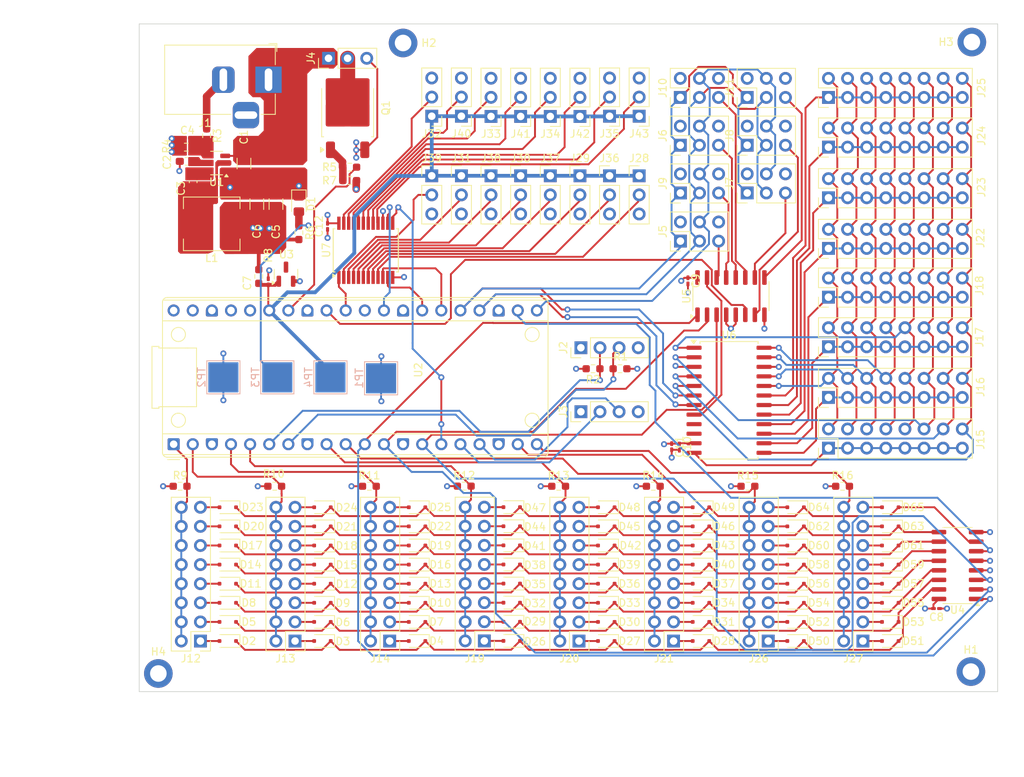
<source format=kicad_pcb>
(kicad_pcb (version 20240108) (generator "pcbnew") (generator_version "8.0")
  (layers (0 "F.Cu" signal) (1 "In1.Cu" signal) (2 "In2.Cu" signal) (31 "B.Cu" signal) (34 "B.Paste" user) (35 "F.Paste" user) (36 "B.SilkS" user "B.Silkscreen") (37 "F.SilkS" user "F.Silkscreen") (38 "B.Mask" user) (39 "F.Mask" user) (44 "Edge.Cuts" user))
  (net 0 "")
  (net 1 "GND")
  (net 2 "+9V")
  (net 3 "Net-(U1-EN)")
  (net 4 "Net-(U1-SW)")
  (net 5 "Net-(U1-BST)")
  (net 6 "Net-(U1-FB)")
  (net 7 "+3V3")
  (net 8 "VDDA")
  (net 9 "Net-(D1-A)")
  (net 10 "Net-(D2-A)")
  (net 11 "/COL1")
  (net 12 "Net-(D3-A)")
  (net 13 "Net-(D4-A)")
  (net 14 "/COL2")
  (net 15 "Net-(D5-A)")
  (net 16 "Net-(D6-A)")
  (net 17 "Net-(D7-A)")
  (net 18 "Net-(D8-A)")
  (net 19 "/COL3")
  (net 20 "Net-(D9-A)")
  (net 21 "Net-(D10-A)")
  (net 22 "Net-(D11-A)")
  (net 23 "/COL4")
  (net 24 "Net-(D12-A)")
  (net 25 "Net-(D13-A)")
  (net 26 "/COL5")
  (net 27 "Net-(D14-A)")
  (net 28 "Net-(D15-A)")
  (net 29 "Net-(D16-A)")
  (net 30 "Net-(D17-A)")
  (net 31 "/COL6")
  (net 32 "Net-(D18-A)")
  (net 33 "Net-(D19-A)")
  (net 34 "/COL7")
  (net 35 "Net-(D20-A)")
  (net 36 "Net-(D21-A)")
  (net 37 "Net-(D22-A)")
  (net 38 "Net-(D23-A)")
  (net 39 "/COL8")
  (net 40 "Net-(D24-A)")
  (net 41 "Net-(D25-A)")
  (net 42 "Net-(D26-A)")
  (net 43 "Net-(D27-A)")
  (net 44 "Net-(D28-A)")
  (net 45 "Net-(D29-A)")
  (net 46 "Net-(D30-A)")
  (net 47 "Net-(D31-A)")
  (net 48 "Net-(D32-A)")
  (net 49 "Net-(D33-A)")
  (net 50 "Net-(D34-A)")
  (net 51 "Net-(D35-A)")
  (net 52 "Net-(D36-A)")
  (net 53 "Net-(D37-A)")
  (net 54 "Net-(D38-A)")
  (net 55 "Net-(D39-A)")
  (net 56 "Net-(D40-A)")
  (net 57 "Net-(D41-A)")
  (net 58 "Net-(D42-A)")
  (net 59 "Net-(D43-A)")
  (net 60 "Net-(D44-A)")
  (net 61 "Net-(D45-A)")
  (net 62 "Net-(D46-A)")
  (net 63 "Net-(D47-A)")
  (net 64 "Net-(D48-A)")
  (net 65 "Net-(D49-A)")
  (net 66 "Net-(D50-A)")
  (net 67 "Net-(D51-A)")
  (net 68 "Net-(D52-A)")
  (net 69 "Net-(D53-A)")
  (net 70 "Net-(D54-A)")
  (net 71 "Net-(D55-A)")
  (net 72 "Net-(D56-A)")
  (net 73 "Net-(D57-A)")
  (net 74 "Net-(D58-A)")
  (net 75 "Net-(D59-A)")
  (net 76 "Net-(D60-A)")
  (net 77 "Net-(D61-A)")
  (net 78 "Net-(D62-A)")
  (net 79 "Net-(D63-A)")
  (net 80 "Net-(D64-A)")
  (net 81 "Net-(D65-A)")
  (net 83 "/SCL")
  (net 84 "/SDA")
  (net 85 "/UART0_RX")
  (net 86 "/UART0_TX")
  (net 87 "Net-(J4-Pin_2)")
  (net 88 "/SCLK")
  (net 89 "/MOSI")
  (net 90 "/CS2")
  (net 91 "/MISO")
  (net 92 "/CS4")
  (net 93 "/CS6")
  (net 94 "/CS8")
  (net 95 "/CS3")
  (net 96 "/CS5")
  (net 97 "/CS7")
  (net 98 "/ROW1")
  (net 99 "/ROW2")
  (net 100 "/ROW3")
  (net 101 "/GRID1")
  (net 102 "/SEG1")
  (net 103 "/GRID5")
  (net 104 "/GRID7")
  (net 105 "/GRID3")
  (net 106 "/GRID6")
  (net 107 "/GRID8")
  (net 108 "/GRID4")
  (net 109 "/GRID2")
  (net 110 "/SEG2")
  (net 111 "/SEG3")
  (net 112 "/SEG4")
  (net 113 "/ROW4")
  (net 114 "/ROW5")
  (net 115 "/ROW6")
  (net 116 "/SEG9")
  (net 117 "/SEG10")
  (net 118 "/SEG11")
  (net 119 "/SEG12")
  (net 120 "/ROW7")
  (net 121 "/ROW8")
  (net 122 "/AN1")
  (net 123 "/AN3")
  (net 124 "/AN5")
  (net 125 "/AN7")
  (net 126 "/AN9")
  (net 127 "/AN11")
  (net 128 "/AN13")
  (net 129 "/AN15")
  (net 130 "/AN2")
  (net 131 "/AN4")
  (net 132 "/AN6")
  (net 133 "/AN8")
  (net 134 "/AN10")
  (net 135 "/AN12")
  (net 136 "/AN14")
  (net 137 "/AN16")
  (net 138 "Net-(Q1-Pad1)")
  (net 139 "/PWM_OUT")
  (net 142 "/CS_LED")
  (net 145 "/ADC0")
  (net 146 "/ADC_MUX_D")
  (net 147 "/ADC_MUX_C")
  (net 148 "/COL_MUX_B")
  (net 149 "/ADC_MUX_B")
  (net 150 "/CS_KEY")
  (net 152 "/COL_MUX_A")
  (net 153 "/COL_MUX_C")
  (net 154 "/ADC_MUX_A")
  (net 156 "/CS1")
  (footprint "Resistor_SMD:R_0603_1608Metric_Pad0.98x0.95mm_HandSolder" (layer "F.Cu") (at 90.899 120.142)
    (property "Reference" "R9")
    (property "Value" "3.3k")
  )
  (footprint "Capacitor_SMD:C_1206_3216Metric_Pad1.33x1.80mm_HandSolder" (layer "F.Cu") (at 103.639244 82.635446 -90)
    (property "Reference" "C5")
    (property "Value" "22uF")
  )
  (footprint "Diode_SMD:D_SOD-323F" (layer "F.Cu") (at 160.099 133.096 180)
    (property "Reference" "D37")
    (property "Value" "BAT54J")
  )
  (footprint "Connector_PinHeader_2.54mm:PinHeader_1x03_P2.54mm_Vertical" (layer "F.Cu") (at 144.018 70.978 180)
    (property "Reference" "J42")
    (property "Value" "AN14")
  )
  (footprint "Diode_SMD:D_SOD-323F" (layer "F.Cu") (at 134.958 130.54021 180)
    (property "Reference" "D38")
    (property "Value" "BAT54J")
  )
  (footprint "Resistor_SMD:R_0603_1608Metric_Pad0.98x0.95mm_HandSolder" (layer "F.Cu") (at 116.045 120.142)
    (property "Reference" "R11")
    (property "Value" "3.3k")
  )
  (footprint "Connector_PinHeader_2.54mm:PinHeader_2x08_P2.54mm_Vertical" (layer "F.Cu") (at 93.599 140.716 180)
    (property "Reference" "J12")
    (property "Value" "ROW1")
  )
  (footprint "Diode_SMD:D_SOD-323F" (layer "F.Cu") (at 97.234 140.716 180)
    (property "Reference" "D2")
    (property "Value" "BAT54J")
  )
  (footprint "Connector_PinHeader_2.54mm:PinHeader_1x03_P2.54mm_Vertical" (layer "F.Cu") (at 128.27 70.948 180)
    (property "Reference" "J40")
    (property "Value" "AN10")
  )
  (footprint "Diode_SMD:D_SOD-323F" (layer "F.Cu") (at 134.958 138.16021 180)
    (property "Reference" "D29")
    (property "Value" "BAT54J")
  )
  (footprint "Diode_SMD:D_SOD-323F" (layer "F.Cu") (at 109.812 140.716 180)
    (property "Reference" "D3")
    (property "Value" "BAT54J")
  )
  (footprint "Connector_PinHeader_2.54mm:PinHeader_1x03_P2.54mm_Vertical" (layer "F.Cu") (at 124.333 78.867)
    (property "Reference" "J39")
    (property "Value" "AN8")
  )
  (footprint "Resistor_SMD:R_0603_1608Metric_Pad0.98x0.95mm_HandSolder" (layer "F.Cu") (at 128.646 120.12621)
    (property "Reference" "R12")
    (property "Value" "3.3k")
  )
  (footprint "Resistor_SMD:R_0603_1608Metric_Pad0.98x0.95mm_HandSolder" (layer "F.Cu") (at 106.68 86.428 -90)
    (property "Reference" "R6")
    (property "Value" "330")
  )
  (footprint "Connector_PinHeader_2.54mm:PinHeader_1x03_P2.54mm_Vertical" (layer "F.Cu") (at 124.333 70.948 180)
    (property "Reference" "J32")
    (property "Value" "AN9")
  )
  (footprint "Connector_PinHeader_2.54mm:PinHeader_1x03_P2.54mm_Vertical" (layer "F.Cu") (at 136.144 78.867)
    (property "Reference" "J30")
    (property "Value" "AN5")
  )
  (footprint "Connector_PinHeader_2.54mm:PinHeader_2x08_P2.54mm_Vertical" (layer "F.Cu") (at 156.464 140.716 180)
    (property "Reference" "J21")
    (property "Value" "ROW6")
  )
  (footprint "Connector_PinHeader_2.54mm:PinHeader_2x08_P2.54mm_Vertical" (layer "F.Cu") (at 118.745 140.716 180)
    (property "Reference" "J14")
    (property "Value" "ROW3")
  )
  (footprint "Resistor_SMD:R_0603_1608Metric_Pad0.98x0.95mm_HandSolder" (layer "F.Cu") (at 113.4345 79.502 180)
    (property "Reference" "R7")
    (property "Value" "10k")
  )
  (footprint "Connector_PinHeader_2.54mm:PinHeader_1x03_P2.54mm_Vertical" (layer "F.Cu") (at 151.892 78.867)
    (property "Reference" "J28")
    (property "Value" "AN1")
  )
  (footprint "Diode_SMD:D_SOD-323F" (layer "F.Cu") (at 109.812 133.096 180)
    (property "Reference" "D12")
    (property "Value" "BAT54J")
  )
  (footprint "Connector_PinHeader_2.54mm:PinHeader_1x03_P2.54mm_Vertical" (layer "F.Cu") (at 140.081 70.978 180)
    (property "Reference" "J34")
    (property "Value" "AN13")
  )
  (footprint "Diode_SMD:D_SOD-323F" (layer "F.Cu") (at 122.38 122.936 180)
    (property "Reference" "D25")
    (property "Value" "BAT54J")
  )
  (footprint "Diode_SMD:D_SOD-323F" (layer "F.Cu") (at 97.234 122.936 180)
    (property "Reference" "D23")
    (property "Value" "BAT54J")
  )
  (footprint "MountingHole:MountingHole_2.2mm_M2_ISO14580_Pad_TopBottom" (layer "F.Cu") (at 195.961 144.78)
    (property "Reference" "H1")
    (property "Value" "MountingHole_Pad")
  )
  (footprint "Connector_PinHeader_2.54mm:PinHeader_1x03_P2.54mm_Vertical" (layer "F.Cu") (at 132.207 70.978 180)
    (property "Reference" "J33")
    (property "Value" "AN11")
  )
  (footprint "Diode_SMD:D_SOD-323F" (layer "F.Cu") (at 185.25 125.476 180)
    (property "Reference" "D63")
    (property "Value" "BAT54J")
  )
  (footprint "Resistor_SMD:R_0603_1608Metric_Pad0.98x0.95mm_HandSolder" (layer "F.Cu") (at 91.720844 75.063384 180)
    (property "Reference" "R4")
    (property "Value" "33.2k")
  )
  (footprint "Diode_SMD:D_SOD-323F" (layer "F.Cu") (at 109.812 138.176 180)
    (property "Reference" "D6")
    (property "Value" "BAT54J")
  )
  (footprint "Diode_SMD:D_SOD-323F" (layer "F.Cu") (at 160.099 135.636 180)
    (property "Reference" "D34")
    (property "Value" "BAT54J")
  )
  (footprint "Capacitor_SMD:C_1206_3216Metric_Pad1.33x1.80mm_HandSolder" (layer "F.Cu") (at 99.384096 77.240623 90)
    (property "Reference" "C1")
    (property "Value" "10uF")
  )
  (footprint "Diode_SMD:D_SOD-323F" (layer "F.Cu") (at 147.521 130.556 180)
    (property "Reference" "D39")
    (property "Value" "BAT54J")
  )
  (footprint "Inductor_SMD:L_Sunlord_MWSA0604S" (layer "F.Cu") (at 95.1 85.257011)
    (property "Reference" "L1")
    (property "Value" "3.3uH")
  )
  (footprint "Connector_PinHeader_2.54mm:PinHeader_1x03_P2.54mm_Vertical" (layer "F.Cu") (at 144.018 78.867)
    (property "Reference" "J29")
    (property "Value" "AN3")
  )
  (footprint "Connector_PinHeader_2.54mm:PinHeader_1x03_P2.54mm_Vertical" (layer "F.Cu") (at 136.144 70.978 180)
    (property "Reference" "J41")
    (property "Value" "AN12")
  )
  (footprint "Diode_SMD:D_SOD-323F" (layer "F.Cu") (at 122.385 133.096 180)
    (property "Reference" "D13")
    (property "Value" "BAT54J")
  )
  (footprint "Diode_SMD:D_SOD-323F" (layer "F.Cu") (at 122.385 128.016 180)
    (property "Reference" "D19")
    (property "Value" "BAT54J")
  )
  (footprint "Diode_SMD:D_SOD-323F" (layer "F.Cu") (at 160.099 138.176 180)
    (property "Reference" "D31")
    (property "Value" "BAT54J")
  )
  (footprint "Resistor_SMD:R_0603_1608Metric_Pad0.98x0.95mm_HandSolder" (layer "F.Cu") (at 113.4345 77.724)
    (property "Reference" "R5")
    (property "Value" "100")
  )
  (footprint "Connector_PinHeader_2.54mm:PinHeader_2x03_P2.54mm_Vertical" (layer "F.Cu") (at 166.243 74.803 90)
    (property "Reference" "J8")
    (property "Value" "CS8")
  )
  (footprint "Capacitor_SMD:C_1206_3216Metric_Pad1.33x1.80mm_HandSolder" (layer "F.Cu") (at 101.092 82.6385 -90)
    (property "Reference" "C6")
    (property "Value" "22uF")
  )
  (footprint "Diode_SMD:D_SOD-323F" (layer "F.Cu") (at 97.234 135.636 180)
    (property "Reference" "D8")
    (property "Value" "BAT54J")
  )
  (footprint "Diode_SMD:D_SOD-323F" (layer "F.Cu") (at 134.958 122.92021 180)
    (property "Reference" "D47")
    (property "Value" "BAT54J")
  )
  (footprint "Capacitor_SMD:C_0201_0603Metric_Pad0.64x0.40mm_HandSolder" (layer "F.Cu") (at 110.49 85.5905 -90)
    (property "Reference" "C12")
    (property "Value" "0.1uF")
  )
  (footprint "Resistor_SMD:R_0603_1608Metric_Pad0.98x0.95mm_HandSolder" (layer "F.Cu") (at 94.424338 73.539627 -90)
    (property "Reference" "R3")
    (property "Value" "10k")
  )
  (footprint "Diode_SMD:D_SOD-323F" (layer "F.Cu") (at 122.385 140.716 180)
    (property "Reference" "D4")
    (property "Value" "BAT54J")
  )
  (footprint "Connector_PinHeader_2.54mm:PinHeader_1x03_P2.54mm_Vertical" (layer "F.Cu") (at 147.955 78.867)
    (property "Reference" "J36")
    (property "Value" "AN2")
  )
  (footprint "Diode_SMD:D_SOD-323F" (layer "F.Cu") (at 185.25 140.716 180)
    (property "Reference" "D51")
    (property "Value" "BAT54J")
  )
  (footprint "Resistor_SMD:R_0603_1608Metric_Pad0.98x0.95mm_HandSolder" (layer "F.Cu") (at 103.472 120.142)
    (property "Reference" "R10")
    (property "Value" "3.3k")
  )
  (footprint "Diode_SMD:D_SOD-323F" (layer "F.Cu") (at 160.099163 122.936 180)
    (property "Reference" "D49")
    (property "Value" "BAT54J")
  )
  (footprint "Diode_SMD:D_SOD-323F" (layer "F.Cu") (at 160.099 128.016 180)
    (property "Reference" "D43")
    (property "Value" "BAT54J")
  )
  (footprint "Capacitor_SMD:C_0201_0603Metric_Pad0.64x0.40mm_HandSolder" (layer "F.Cu") (at 102.616 92.961 90)
    (property "Reference" "C7")
    (property "Value" "2.2uF")
  )
  (footprint "Connector_PinHeader_2.54mm:PinHeader_2x08_P2.54mm_Vertical" (layer "F.Cu") (at 177.038 75.057 90)
    (property "Reference" "J24")
    (property "Value" "LED7")
  )
  (footprint "Diode_SMD:D_SOD-323F" (layer "F.Cu") (at 147.521 125.476 180)
    (property "Reference" "D45")
    (property "Value" "BAT54J")
  )
  (footprint "Connector_PinHeader_2.54mm:PinHeader_1x03_P2.54mm_Vertical" (layer "F.Cu") (at 128.27 78.867)
    (property "Reference" "J31")
    (property "Value" "AN7")
  )
  (footprint "Connector_PinHeader_2.54mm:PinHeader_2x08_P2.54mm_Vertical" (layer "F.Cu") (at 131.318 140.70021 180)
    (property "Reference" "J19")
    (property "Value" "ROW4")
  )
  (footprint "Resistor_SMD:R_0603_1608Metric_Pad0.98x0.95mm_HandSolder" (layer "F.Cu") (at 149.342 104.521)
    (property "Reference" "R1")
    (property "Value" "2.2k")
  )
  (footprint "MountingHole:MountingHole_2.2mm_M2_ISO14580_Pad_TopBottom" (layer "F.Cu") (at 196.088 61.087)
    (property "Reference" "H3")
    (property "Value" "MountingHole_Pad")
  )
  (footprint "Diode_SMD:D_SOD-323F" (layer "F.Cu") (at 122.385 130.556 180)
    (property "Reference" "D16")
    (property "Value" "BAT54J")
  )
  (footprint "Package_TO_SOT_SMD:TSOT-23-6" (layer "F.Cu") (at 95.7525 77.172011 180)
    (property "Reference" "U1")
    (property "Value" "AP62300TWU")
  )
  (footprint "Connector_BarrelJack:BarrelJack_Horizontal" (layer "F.Cu") (at 102.647 66.0985)
    (property "Reference" "J1")
    (property "Value" "DC Supply")
  )
  (footprint "Package_SO:SOIC-16_3.9x9.9mm_P1.27mm" (layer "F.Cu") (at 164.084 94.869 90)
    (property "Reference" "U5")
    (property "Value" "74HC138")
  )
  (footprint "Diode_SMD:D_SOD-323F" (layer "F.Cu") (at 109.812 128.016 180)
    (property "Reference" "D18")
    (property "Value" "BAT54J")
  )
  (footprint "Connector_PinHeader_2.54mm:PinHeader_2x08_P2.54mm_Vertical" (layer "F.Cu") (at 177.038 88.524 90)
    (property "Reference" "J22")
    (property "Value" "LED5")
  )
  (footprint "Diode_SMD:D_SOD-323F" (layer "F.Cu") (at 147.521 122.936 180)
    (property "Reference" "D48")
    (property "Value" "BAT54J")
  )
  (footprint "Diode_SMD:D_SOD-323F" (layer "F.Cu") (at 172.672 138.176 180)
    (property "Reference" "D52")
    (property "Value" "BAT54J")
  )
  (footprint "Diode_SMD:D_SOD-323F" (layer "F.Cu") (at 134.958 128.00021 180)
    (property "Reference" "D41")
    (property "Value" "BAT54J")
  )
  (footprint "Capacitor_SMD:C_0201_0603Metric_Pad0.64x0.40mm_HandSolder" (layer "F.Cu") (at 191.389 136.398)
    (property "Reference" "C8")
    (property "Value" "0.1uF")
  )
  (footprint "Diode_SMD:D_SOD-323F" (layer "F.Cu") (at 109.812 130.556 180)
    (property "Reference" "D15")
    (property "Value" "BAT54J")
  )
  (footprint "Resistor_SMD:R_0603_1608Metric_Pad0.98x0.95mm_HandSolder" (layer "F.Cu") (at 101.346 92.2505 -90)
    (property "Reference" "R8")
    (property "Value" "47R")
  )
  (footprint "Connector_PinHeader_2.54mm:PinHeader_2x08_P2.54mm_Vertical" (layer "F.Cu") (at 177.038 68.453 90)
    (property "Reference" "J25")
    (property "Value" "LED8")
  )
  (footprint "Connector_PinHeader_2.54mm:PinHeader_1x04_P2.54mm_Vertical" (layer "F.Cu") (at 144.145 101.727 90)
    (property "Reference" "J2")
    (property "Value" "I2C")
  )
  (footprint "Diode_SMD:D_SOD-323F" (layer "F.Cu") (at 97.234 138.176 180)
    (property "Reference" "D5")
    (property "Value" "BAT54J")
  )
  (footprint "Diode_SMD:D_SOD-323F" (layer "F.Cu") (at 134.958 135.62021 180)
    (property "Reference" "D32")
    (property "Value" "BAT54J")
  )
  (footprint "Diode_SMD:D_SOD-323F" (layer "F.Cu") (at 147.521 133.096 180)
    (property "Reference" "D36")
    (property "Value" "BAT54J")
  )
  (footprint "Diode_SMD:D_SOD-323F" (layer "F.Cu") (at 97.234 133.096 180)
    (property "Reference" "D11")
    (property "Value" "BAT54J")
  )
  (footprint "Diode_SMD:D_SOD-323F" (layer "F.Cu") (at 134.958 125.46021 180)
    (property "Reference" "D44")
    (property "Value" "BAT54J")
  )
  (footprint "Diode_SMD:D_SOD-323F" (layer "F.Cu") (at 109.812 125.476 180)
    (property "Reference" "D21")
    (property "Value" "BAT54J")
  )
  (footprint "Connector_PinHeader_2.54mm:PinHeader_2x08_P2.54mm_Vertical" (layer "F.Cu") (at 177.038 95.001 90)
    (property "Reference" "J18")
    (property "Value" "LED4")
  )
  (footprint "Connector_PinHeader_2.54mm:PinHeader_2x08_P2.54mm_Vertical" (layer "F.Cu") (at 177.038 115.067 90)
    (property "Reference" "J15")
    (property "Value" "LED1")
  )
  (footprint "MountingHole:MountingHole_2.2mm_M2_ISO14580_Pad_TopBottom" (layer "F.Cu") (at 88.011 145.034)
    (property "Reference" "H4")
    (property "Value" "MountingHole_Pad")
  )
  (footprint "Package_TO_SOT_SMD:TO-252-2" (layer "F.Cu") (at 113.158 70.372 90)
    (property "Reference" "Q1")
    (property "Value" "AOD4184A")
  )
  (footprint "Connector_PinHeader_2.54mm:PinHeader_1x03_P2.54mm_Vertical" (layer "F.Cu") (at 151.892 70.948 180)
    (property "Reference" "J43")
    (property "Value" "AN16")
  )
  (footprint "Capacitor_SMD:C_0201_0603Metric_Pad0.64x0.40mm_HandSolder" (layer "F.Cu") (at 156.21 114.8835 -90)
    (property "Reference" "C11")
    (property "Value" "100uF")
  )
  (footprint "Connector_PinHeader_2.54mm:PinHeader_2x08_P2.54mm_Vertical" (layer "F.Cu") (at 169.037 140.716 180)
    (property "Reference" "J26")
    (property "Value" "ROW7")
  )
  (footprint "Connector_PinHeader_2.54mm:PinHeader_2x08_P2.54mm_Vertical" (layer "F.Cu") (at 106.172 140.716 180)
    (property "Reference" "J13")
    (property "Value" "ROW2")
  )
  (footprint "Diode_SMD:D_SOD-323F" (layer "F.Cu") (at 185.25 122.936 180)
    (property "Reference" "D65")
    (property "Value" "BAT54J")
  )
  (footprint "Diode_SMD:D_SOD-323F" (layer "F.Cu") (at 160.099 130.556 180)
    (property "Reference" "D40")
    (property "Value" "BAT54J")
  )
  (footprint "Diode_SMD:D_SOD-323F" (layer "F.Cu") (at 109.812 122.936 180)
    (property "Reference" "D24")
    (property "Value" "BAT54J")
  )
  (footprint "Resistor_SMD:R_0603_1608Metric_Pad0.98x0.95mm_HandSolder" (layer "F.Cu") (at 153.764 120.142)
    (property "Reference" "R14")
    (property "Value" "3.3k")
  )
  (footprint "Diode_SMD:D_SOD-323F" (layer "F.Cu") (at 172.672 122.936 180)
    (property "Reference" "D64")
    (property "Value" "BAT54J")
  )
  (footprint "Diode_SMD:D_SOD-323F" (layer "F.Cu") (at 172.672 140.716 180)
    (property "Reference" "D50")
    (property "Value" "BAT54J")
  )
  (footprint "Diode_SMD:D_SOD-323F" (layer "F.Cu") (at 160.099 125.476 180)
    (property "Reference" "D46")
    (property "Value" "BAT54J")
  )
  (footprint "Diode_SMD:D_SOD-323F" (layer "F.Cu") (at 172.672 135.636 180)
    (property "Reference" "D54")
    (property "Value" "BAT54J")
  )
  (footprint "Connector_PinHeader_2.54mm:PinHeader_2x03_P2.54mm_Vertical" (layer "F.Cu") (at 157.368 87.550332 90)
    (property "Reference" "J5")
    (property "Value" "CS2")
  )
  (footprint "Resistor_SMD:R_0603_1608Metric_Pad0.98x0.95mm_HandSolder" (layer "F.Cu") (at 145.7625 104.521 180)
    (property "Reference" "R2")
    (property "Value" "2.2k")
  )
  (footprint "Resistor_SMD:R_0603_1608Metric_Pad0.98x0.95mm_HandSolder" (layer "F.Cu") (at 141.191 120.142)
    (property "Reference" "R13")
    (property "Value" "3.3k")
  )
  (footprint "Diode_SMD:D_SOD-323F" (layer "F.Cu") (at 172.672 130.556 180)
    (property "Reference" "D58")
    (property "Value" "BAT54J")
  )
  (footprint "Connector_PinHeader_2.54mm:PinHeader_2x08_P2.54mm_Vertical" (layer "F.Cu") (at 177.038 81.788 90)
    (property "Reference" "J23")
    (property "Value" "LED6")
  )
  (footprint "Connector_PinHeader_2.54mm:PinHeader_2x03_P2.54mm_Vertical" (layer "F.Cu") (at 157.353 68.453 90)
    (property "Reference" "J10")
    (property "Value" "CS5")
  )
  (footprint "Resistor_SMD:R_0603_1608Metric_Pad0.98x0.95mm_HandSolder" (layer "F.Cu") (at 166.337 120.142)
    (property "Reference" "R15")
    (property "Value" "3.3k")
  )
  (footprint "Connector_PinHeader_2.54mm:PinHeader_1x03_P2.54mm_Vertical" (layer "F.Cu") (at 140.081 78.867)
    (property "Reference" "J37")
    (property "Value" "AN4")
  )
  (footprint "Diode_SMD:D_SOD-323F" (layer "F.Cu") (at 185.25 130.556 180)
    (property "Reference" "D59")
    (property "Value" "BAT54J")
  )
  (footprint "Connector_PinHeader_2.54mm:PinHeader_2x08_P2.54mm_Vertical" (layer "F.Cu") (at 177.038 108.336 90)
    (property "Reference" "J16")
    (property "Value" "LED2")
  )
  (footprint "Connector_PinHeader_2.54mm:PinHeader_2x08_P2.54mm_Vertical" (layer "F.Cu") (at 177.038 101.605 90)
    (property "Reference" "J17")
    (property "Value" "LED3")
  )
  (footprint "Diode_SMD:D_SOD-323F" (layer "F.Cu") (at 122.385 135.636 180)
    (property "Reference" "D10")
    (property "Value" "BAT54J")
  )
  (footprint "Diode_SMD:D_SOD-323F" (layer "F.Cu") (at 185.25 133.096 180)
    (property "Reference" "D57")
    (property "Value" "BAT54J")
  )
  (footprint "Connector_PinHeader_2.54mm:PinHeader_2x08_P2.54mm_Vertical" (layer "F.Cu") (at 181.61 140.716 180)
    (property "Reference" "J27")
    (property "Value" "ROW8")
  )
  (footprint "MountingHole:MountingHole_2.2mm_M2_ISO14580_Pad_TopBottom" (layer "F.Cu") (at 120.523 61.214)
    (property "Reference" "H2")
    (property "Value" "MountingHole_Pad")
  )
  (footprint "Connector_PinHeader_2.54mm:PinHeader_1x03_P2.54mm_Vertical" (layer "F.Cu") (at 110.617 63.246 90)
    (property "Reference" "J4")
    (property "Value" "PWM")
  )
  (footprint "Module_RaspberryPi_Pico:RaspberryPi_Pico_Common_THT" (layer "F.Cu") (at 114.173 105.664 90)
    (property "Reference" "U2")
    (property "Value" "RaspberryPi_Pico")
  )
  (footprint "Diode_SMD:D_SOD-323F" (layer "F.Cu") (at 122.385 125.476 180)
    (property "Reference" "D22")
    (property "Value" "BAT54J")
  )
  (footprint "Diode_SMD:D_SOD-323F" (layer "F.Cu") (at 97.234 128.016 180)
    (property "Reference" "D17")
    (property "Value" "BAT54J")
  )
  (footprint "Diode_SMD:D_SOD-323F" (layer "F.Cu") (at 172.672 133.096 180)
    (property "Reference" "D56")
    (property "Value" "BAT54J")
  )
  (footprint "LED_SMD:LED_0805_2012Metric_Pad1.15x1.40mm_HandSolder" (layer "F.Cu") (at 106.68 82.618 -90)
    (property "Reference" "D1")
    (property "Value" "LED")
  )
  (footprint "Package_SO:SSOP-24_5.3x8.2mm_P0.65mm" (layer "F.Cu") (at 115.57 88.773 90)
    (property "Reference" "U7")
    (property "Value" "CD74HC4067SM96")
  )
  (footprint "Package_SO:SOP-24_7.5x15.4mm_P1.27mm" (layer "F.Cu") (at 163.83 108.712)
    (property "Reference" "U6")
    (property "Value" "TM1639 (TA2009B)")
  )
  (footprint "Diode_SMD:D_SOD-323F" (layer "F.Cu") (at 172.672 125.476 180)
    (property "Reference" "D62")
    (property "Value" "BAT54J")
  )
  (footprint "Connector_PinHeader_2.54mm:PinHeader_1x04_P2.54mm_Vertical" (layer "F.Cu") (at 144.145 110.236 90)
    (property "Reference" "J3")
    (property "Value" "UART")
  )
  (footprint "Diode_SMD:D_SOD-323F" (layer "F.Cu") (at 134.958 133.08021 180)
    (property "Reference" "D35")
    (property "Value" "BAT54J")
  )
  (footprint "Capacitor_SMD:C_0603_1608Metric_Pad1.08x0.95mm_HandSolder" (layer "F.Cu") (at 91.720844 76.946854)
    (property "Reference" "C2")
    (property "Value" "470nF")
  )
  (footprint "Diode_SMD:D_SOD-323F" (layer "F.Cu") (at 147.521 128.016 180)
    (property "Reference" "D42")
    (property "Value" "BAT54J")
  )
  (footprint "Connector_PinHeader_2.54mm:PinHeader_1x03_P2.54mm_Vertical" (layer "F.Cu") (at 147.955 70.948 180)
    (property "Reference" "J35")
    (property "Value" "AN15")
  )
  (footprint "Package_TO_SOT_SMD:SOT-23" (layer "F.Cu") (at 104.968 91.948 90)
    (property "Reference" "U3")
    (property "Value" "LM4040DBZ-3")
  )
  (footprint "Capacitor_SMD:C_0201_0603Metric_Pad0.64x0.40mm_HandSolder" (layer "F.Cu") (at 158.369 92.837 -90)
    (property "Reference" "C9")
    (property "Value" "0.1uF")
  )
  (footprint "Diode_SMD:D_SOD-323F" (layer "F.Cu") (at 160.099 140.716 180)
    (property "Reference" "D28")
    (property "Value" "BAT54J")
  )
  (footprint "Diode_SMD:D_SOD-323F" (layer "F.Cu") (at 97.234 130.556 180)
    (property "Reference" "D14")
    (property "Value" "BAT54J")
  )
  (footprint "Diode_SMD:D_SOD-323F" (layer "F.Cu") (at 185.25 135.636 180)
    (property "Reference" "D55")
    (property "Value" "BAT54J")
  )
  (footprint "Diode_SMD:D_SOD-323F" (layer "F.Cu") (at 172.672 128.016 180)
    (property "Reference" "D60")
    (property "Value" "BAT54J")
  )
  (footprint "Diode_SMD:D_SOD-323F" (layer "F.Cu") (at 97.234 125.476 180)
    (property "Reference" "D20")
    (property "Value" "BAT54J")
  )
  (footprint "Capacitor_SMD:C_0603_1608Metric_Pad1.08x0.95mm_HandSolder" (layer "F.Cu") (at 92.638432 79.64453 -90)
    (property "Reference" "C3")
    (property "Value" "220nF")
  )
  (footprint "Diode_SMD:D_SOD-323F" (layer "F.Cu") (at 122.385 138.176 180)
    (property "Reference" "D7")
    (property "Value" "BAT54J")
  )
  (footprint "Connector_PinHeader_2.54mm:PinHeader_2x03_P2.54mm_Vertical" (layer "F.Cu") (at 166.243 68.453 90)
    (property "Reference" "J11")
    (property "Value" "CS7")
  )
  (footprint "Diode_SMD:D_SOD-323F" (layer "F.Cu") (at 109.812 135.636 180)
    (property "Reference" "D9")
    (property "Value" "BAT54J")
  )
  (footprint "Package_SO:SOIC-16_3.9x9.9mm_P1.27mm" (layer "F.Cu") (at 194.188 130.683 180)
    (property "Reference" "U4")
    (property "Value" "74HC138")
  )
  (footprint "Capacitor_SMD:C_0201_0603Metric_Pad0.64x0.40mm_HandSolder" (layer "F.Cu") (at 91.8735 73.852011 180)
    (property "Reference" "C4")
    (property "Value" "100pF")
  )
  (footprint "Connector_PinHeader_2.54mm:PinHeader_2x08_P2.54mm_Vertical" (layer "F.Cu") (at 143.891 140.716 180)
    (property "Reference" "J20")
    (property "Value" "ROW5")
  )
  (footprint "Diode_SMD:D_SOD-323F" (layer "F.Cu") (at 147.521 140.716 180)
    (property "Reference" "D27")
    (property "Value" "BAT54J")
  )
  (footprint "Diode_SMD:D_SOD-323F" (layer "F.Cu") (at 185.25 128.016 180)
    (property "Reference" "D61")
    (property "Value" "BAT54J")
  )
  (footprint "Capacitor_SMD:C_0201_0603Metric_Pad0.64x0.40mm_HandSolder" (layer "F.Cu") (at 157.226 114.935 -90)
    (property "Reference" "C10")
    (property "Value" "0.1uF")
  )
  (footprint "Diode_SMD:D_SOD-323F" (layer "F.Cu") (at 134.958 140.70021 180)
    (property "Reference" "D26")
    (property "Value" "BAT54J")
  )
  (footprint "Connector_PinHeader_2.54mm:PinHeader_2x03_P2.54mm_Vertical" (layer "F.Cu") (at 166.243 81.153 90)
    (property "Reference" "J7")
    (property "Value" "CS6")
  )
  (footprint "Resistor_SMD:R_0603_1608Metric_Pad0.98x0.95mm_HandSolder" (layer "F.Cu") (at 178.91 120.142)
    (property "Reference" "R16")
    (property "Value" "3.3k")
  )
  (footprint "Diode_SMD:D_SOD-323F" (layer "F.Cu") (at 185.25 138.176 180)
    (property "Reference" "D53")
    (property "Value" "BAT54J")
  )
  (footprint "Diode_SMD:D_SOD-323F" (layer "F.Cu") (at 147.521 138.176 180)
    (property "Reference" "D30")
    (property "Value" "BAT54J")
  )
  (footprint "Diode_SMD:D_SOD-323F" (layer "F.Cu") (at 147.521 135.636 180)
    (property "Reference" "D33")
    (property "Value" "BAT54J")
  )
  (footprint "Connector_PinHeader_2.54mm:PinHeader_2x03_P2.54mm_Vertical" (layer "F.Cu") (at 157.353 74.803 90)
    (property "Reference" "J6")
    (property "Value" "CS4")
  )
  (footprint "Connector_PinHeader_2.54mm:PinHeader_1x03_P2.54mm_Vertical" (layer "F.Cu") (at 132.207 78.867)
    (property "Reference" "J38")
    (property "Value" "AN6")
  )
  (footprint "Connector_PinHeader_2.54mm:PinHeader_2x03_P2.54mm_Vertical" (layer "F.Cu") (at 157.368 81.157999 90)
    (property "Reference" "J9")
    (property "Value" "CS3")
  )
  (footprint "TestPoint:TestPoint_Pad_4.0x4.0mm" (layer "B.Cu") (at 117.602 105.791 -90)
    (property "Reference" "TP1")
    (property "Value" "TestPoint")
  )
  (footprint "TestPoint:TestPoint_Pad_4.0x4.0mm" (layer "B.Cu") (at 96.647 105.664 -90)
    (property "Reference" "TP2")
    (property "Value" "TestPoint")
  )
  (footprint "TestPoint:TestPoint_Pad_4.0x4.0mm" (layer "B.Cu") (at 110.871 105.664 -90)
    (property "Reference" "TP4")
    (property "Value" "TestPoint")
  )
  (footprint "TestPoint:TestPoint_Pad_4.0x4.0mm" (layer "B.Cu") (at 103.812666 105.664 -90)
    (property "Reference" "TP3")
    (property "Value" "TestPoint")
  )
  (gr_poly (pts (xy 107.442 77.868011) (xy 107.696 78.105) (xy 107.696 81.661) (xy 107.442 81.915) (xy 100.203 81.932011) (xy 99.822 81.932011) (xy 99.822 81.932011) (xy 99.441 81.932011) (xy 96.393 81.932011) (xy 96.266 81.678011) (xy 96.266 77.978) (xy 96.393 77.868011)) (stroke (width 0.2)) (fill solid) (layer "F.Cu") (net 1))
  (gr_poly (pts (xy 91.694 73.787) (xy 91.694 75.946) (xy 91.694 76.090011) (xy 89.916 76.090011) (xy 89.789 75.946) (xy 89.789 73.787) (xy 89.916 73.66) (xy 91.694 73.66)) (stroke (width 0.2)) (fill solid) (layer "F.Cu") (net 7))
  (gr_poly (pts (xy 95.885 76.835) (xy 95.631 77.106011) (xy 95.631 79.392011) (xy 95.377 79.646011) (xy 91.313 79.646011) (xy 90.678 80.408011) (xy 90.678 88.917011) (xy 90.932 89.171011) (xy 94.615 89.171011) (xy 95.25 88.917011) (xy 95.25 82.677) (xy 95.377 82.567011) (xy 95.758 82.567011) (xy 95.885 82.423) (xy 95.885 77.614011) (xy 96.139 77.487011) (xy 97.536 77.487011) (xy 97.663 77.360011) (xy 97.663 76.962) (xy 97.536 76.835)) (stroke (width 0.1)) (fill solid) (layer "F.Cu") (net 4))
  (gr_poly (pts (xy 104.902 82.948011) (xy 104.902 88.392) (xy 104.267 89.154) (xy 96.901 89.171011) (xy 96.266 88.392) (xy 96.266 83.075011) (xy 96.774 82.440011) (xy 104.267 82.440011)) (stroke (width 0.2)) (fill solid) (layer "F.Cu") (net 7))
  (gr_poly (pts (xy 98.552 73.66) (xy 101.346 73.66) (xy 102.108 72.898) (xy 102.108 68.834) (xy 101.6 68.326) (xy 100.584 68.326) (xy 100.076 67.818) (xy 100.076 62.992) (xy 101.092 61.976) (xy 111.252 61.976) (xy 111.76 62.484) (xy 111.76 64.008) (xy 111.252 64.516) (xy 108.458 64.516) (xy 107.696 65.278) (xy 107.696 76.835) (xy 107.188 77.343) (xy 98.552 77.343) (xy 98.044 76.835) (xy 98.044 74.168)) (stroke (width 0.2)) (fill solid) (layer "F.Cu") (net 2))
  (gr_poly (pts (xy 91.694 77.851) (xy 91.694 77.978) (xy 91.694 79.248) (xy 91.694 79.375) (xy 95.123 79.375) (xy 95.25 79.248) (xy 95.25 77.978) (xy 95.25 77.851)) (stroke (width 0.2)) (fill solid) (layer "F.Cu") (net 5))
  (gr_poly (pts (xy 95.25 76.835) (xy 93.599 76.835) (xy 93.345 76.471011) (xy 92.075 76.471011) (xy 92.075 76.852011) (xy 92.075 77.233011) (xy 92.075 77.487011) (xy 95.25 77.487011) (xy 95.25 77.343) (xy 95.25 76.962)) (stroke (width 0.2)) (fill solid) (layer "F.Cu") (net 3))
  (gr_poly (pts (xy 95.25 76.327) (xy 95.25 73.787) (xy 95.25 73.66) (xy 92.075 73.66) (xy 92.075 73.787) (xy 92.075 75.946) (xy 92.075 76.073) (xy 93.726 76.073) (xy 93.98 76.471011) (xy 95.25 76.471011)) (stroke (width 0.2)) (fill solid) (layer "F.Cu") (net 6))
  (gr_line (start 199.517 147.447) (end 85.471 147.447) (stroke (width 0.1)) (layer "Edge.Cuts"))
  (gr_line (start 199.517 58.674) (end 199.517 147.447) (stroke (width 0.1)) (layer "Edge.Cuts"))
  (gr_line (start 85.471 58.674) (end 199.517 58.674) (stroke (width 0.1)) (layer "Edge.Cuts"))
  (gr_line (start 85.471 147.447) (end 85.471 58.674) (stroke (width 0.1)) (layer "Edge.Cuts"))
  (segment (start 94.424338 68.321162) (end 96.647 66.0985) (width 1) (layer "F.Cu") (net 1))
  (segment (start 114.3 80.645) (end 114.3 79.549) (width 1) (layer "F.Cu") (net 1))
  (segment (start 157.1745 115.291) (end 157.226 115.3425) (width 0.25) (layer "F.Cu") (net 1))
  (segment (start 110.49 85.998) (end 110.49 87.122) (width 0.25) (layer "F.Cu") (net 1))
  (segment (start 163.449 98.552) (end 164.084 99.187) (width 0.25) (layer "F.Cu") (net 1))
  (segment (start 102.616 91.567) (end 102.743 91.44) (width 0.25) (layer "F.Cu") (net 1))
  (segment (start 114.326 75.412) (end 114.3 75.438) (width 0.25) (layer "F.Cu") (net 1))
  (segment (start 90.858344 78.178656) (end 90.805 78.232) (width 0.25) (layer "F.Cu") (net 1))
  (segment (start 114.3 79.549) (end 114.347 79.502) (width 0.25) (layer "F.Cu") (net 1))
  (segment (start 115.438 75.412) (end 114.326 75.412) (width 0.25) (layer "F.Cu") (net 1))
  (segment (start 156.21 115.291) (end 157.1745 115.291) (width 0.25) (layer "F.Cu") (net 1))
  (segment (start 158.369 93.2445) (end 158.369 94.374) (width 0.25) (layer "F.Cu") (net 1))
  (segment (start 114.3 75.438) (end 114.3 76.454) (width 0.25) (layer "F.Cu") (net 1))
  (segment (start 94.424338 72.627127) (end 94.424338 68.321162) (width 1) (layer "F.Cu") (net 1))
  (segment (start 120.606 92.373) (end 120.65 92.329) (width 0.25) (layer "F.Cu") (net 1))
  (segment (start 105.918 92.8855) (end 106.807 92.8855) (width 0.5) (layer "F.Cu") (net 1))
  (segment (start 119.145 92.373) (end 120.606 92.373) (width 0.25) (layer "F.Cu") (net 1))
  (segment (start 191.7965 136.398) (end 192.786 136.398) (width 0.25) (layer "F.Cu") (net 1))
  (segment (start 196.663 126.238) (end 198.501 126.238) (width 0.25) (layer "F.Cu") (net 1))
  (segment (start 102.616 92.5535) (end 102.616 91.567) (width 0.25) (layer "F.Cu") (net 1))
  (segment (start 164.719 98.552) (end 164.084 99.187) (width 0.25) (layer "F.Cu") (net 1))
  (segment (start 168.529 97.344) (end 168.529 99.187) (width 0.25) (layer "F.Cu") (net 1))
  (segment (start 115.438 75.412) (end 117.094 73.756) (width 0.25) (layer "F.Cu") (net 1))
  (segment (start 117.845 85.173) (end 117.845 83.577) (width 0.25) (layer "F.Cu") (net 1))
  (segment (start 168.48 104.267) (end 170.434 104.267) (width 0.25) (layer "F.Cu") (net 1))
  (segment (start 100.952489 80.205) (end 100.584 79.836511) (width 1) (layer "F.Cu") (net 1))
  (segment (start 163.449 97.344) (end 163.449 98.552) (width 0.25) (layer "F.Cu") (net 1))
  (segment (start 117.094 64.643) (end 115.697 63.246) (width 0.25) (layer "F.Cu") (net 1))
  (segment (start 196.663 130.048) (end 198.501 130.048) (width 0.25) (layer "F.Cu") (net 1))
  (segment (start 114.3 75.438) (end 114.3 74.422) (width 0.25) (layer "F.Cu") (net 1))
  (segment (start 117.094 73.756) (end 117.094 64.643) (width 0.25) (layer "F.Cu") (net 1))
  (segment (start 159.18 104.267) (end 156.845 104.267) (width 0.25) (layer "F.Cu") (net 1))
  (segment (start 164.719 97.344) (end 164.719 98.552) (width 0.25) (layer "F.Cu") (net 1))
  (segment (start 156.21 115.291) (end 156.21 116.332) (width 0.25) (layer "F.Cu") (net 1))
  (segment (start 156.845 104.267) (end 156.718 104.14) (width 0.25) (layer "F.Cu") (net 1))
  (segment (start 106.68 80.205) (end 100.952489 80.205) (width 1) (layer "F.Cu") (net 1))
  (segment (start 196.663 131.318) (end 198.501 131.318) (width 0.25) (layer "F.Cu") (net 1))
  (segment (start 90.858344 76.946854) (end 90.858344 78.178656) (width 0.25) (layer "F.Cu") (net 1))
  (segment (start 117.845 83.577) (end 117.856 83.566) (width 0.25) (layer "F.Cu") (net 1))
  (segment (start 106.68 81.593) (end 106.68 80.205) (width 1) (layer "F.Cu") (net 1))
  (via (at 114.3 75.438) (size 0.8) (drill 0.4) (layers "F.Cu" "B.Cu") (net 1))
  (via (at 156.718 104.14) (size 0.8) (drill 0.4) (layers "F.Cu" "B.Cu") (net 1))
  (via (at 114.3 74.422) (size 0.8) (drill 0.4) (layers "F.Cu" "B.Cu") (net 1))
  (via (at 106.807 92.8855) (size 0.8) (drill 0.4) (layers "F.Cu" "B.Cu") (net 1))
  (via (at 117.638668 102.87) (size 0.8) (drill 0.4) (layers "F.Cu" "B.Cu") (net 1))
  (via (at 198.501 131.318) (size 0.8) (drill 0.4) (layers "F.Cu" "B.Cu") (net 1))
  (via (at 117.638668 108.839) (size 0.8) (drill 0.4) (layers "F.Cu" "B.Cu") (net 1))
  (via (at 114.3 76.454) (size 0.8) (drill 0.4) (layers "F.Cu" "B.Cu") (net 1))
  (via (at 120.65 92.329) (size 0.8) (drill 0.4) (layers "F.Cu" "B.Cu") (net 1))
  (via (at 117.856 83.566) (size 0.8) (drill 0.4) (layers "F.Cu" "B.Cu") (net 1))
  (via (at 198.501 126.238) (size 0.8) (drill 0.4) (layers "F.Cu" "B.Cu") (net 1))
  (via (at 97.536 80.408011) (size 0.8) (drill 0.4) (layers "F.Cu" "B.Cu") (net 1))
  (via (at 192.786 136.398) (size 0.8) (drill 0.4) (layers "F.Cu" "B.Cu") (net 1))
  (via (at 168.529 99.187) (size 0.8) (drill 0.4) (layers "F.Cu" "B.Cu") (net 1))
  (via (at 170.434 104.267) (size 0.8) (drill 0.4) (layers "F.Cu" "B.Cu") (net 1))
  (via (at 158.369 94.374) (size 0.8) (drill 0.4) (layers "F.Cu" "B.Cu") (net 1))
  (via (at 164.084 99.187) (size 0.8) (drill 0.4) (layers "F.Cu" "B.Cu") (net 1))
  (via (at 114.3 80.645) (size 0.8) (drill 0.4) (layers "F.Cu" "B.Cu") (net 1))
  (via (at 102.743 91.44) (size 0.8) (drill 0.4) (layers "F.Cu" "B.Cu") (net 1))
  (via (at 156.21 116.332) (size 0.8) (drill 0.4) (layers "F.Cu" "B.Cu") (net 1))
  (via (at 198.501 130.048) (size 0.8) (drill 0.4) (layers "F.Cu" "B.Cu") (net 1))
  (via (at 110.49 87.122) (size 0.8) (drill 0.4) (layers "F.Cu" "B.Cu") (net 1))
  (via (at 106.68 80.205) (size 0.8) (drill 0.4) (layers "F.Cu" "B.Cu") (net 1))
  (via (at 90.805 78.232) (size 0.8) (drill 0.4) (layers "F.Cu" "B.Cu") (net 1))
  (segment (start 117.602 105.791) (end 117.602 108.802332) (width 0.25) (layer "B.Cu") (net 1))
  (segment (start 117.602 105.791) (end 117.602 102.906668) (width 0.25) (layer "B.Cu") (net 1))
  (segment (start 96.89 76.222011) (end 98.840208 76.222011) (width 0.25) (layer "F.Cu") (net 2))
  (segment (start 98.840208 76.222011) (end 99.384096 75.678123) (width 0.25) (layer "F.Cu") (net 2))
  (segment (start 92.638432 84.693579) (end 92.075 85.257011) (width 0.25) (layer "F.Cu") (net 4))
  (segment (start 140.2785 120.142) (end 138.811 120.142) (width 0.25) (layer "F.Cu") (net 7))
  (segment (start 150.2545 104.521) (end 151.638 104.521) (width 0.25) (layer "F.Cu") (net 7))
  (segment (start 115.1325 120.142) (end 113.665 120.142) (width 0.25) (layer "F.Cu") (net 7))
  (segment (start 110.49 85.183) (end 110.49 84.074) (width 0.25) (layer "F.Cu") (net 7))
  (segment (start 101.346 91.338) (end 101.346 86.567511) (width 0.5) (layer "F.Cu") (net 7))
  (segment (start 159.18 114.427) (end 157.3265 114.427) (width 0.25) (layer "F.Cu") (net 7))
  (segment (start 101.346 86.567511) (end 100.584 85.805511) (width 0.25) (layer "F.Cu") (net 7))
  (segment (start 152.8515 120.142) (end 151.511 120.142) (width 0.25) (layer "F.Cu") (net 7))
  (segment (start 190.9815 136.398) (end 190.9815 135.8595) (width 0.25) (layer "F.Cu") (net 7))
  (segment (start 190.9815 135.8595) (end 191.713 135.128) (width 0.25) (layer "F.Cu") (net 7))
  (segment (start 156.21 114.476) (end 155.272 114.476) (width 0.25) (layer "F.Cu") (net 7))
  (segment (start 102.118989 87.3405) (end 106.68 87.3405) (width 0.5) (layer "F.Cu") (net 7))
  (segment (start 126.38079 120.12621) (end 126.365 120.142) (width 0.25) (layer "F.Cu") (net 7))
  (segment (start 100.584 85.805511) (end 102.118989 87.3405) (width 0.5) (layer "F.Cu") (net 7))
  (segment (start 159.6035 92.4295) (end 159.639 92.394) (width 0.25) (layer "F.Cu") (net 7))
  (segment (start 158.369 92.4295) (end 159.6035 92.4295) (width 0.25) (layer "F.Cu") (net 7))
  (segment (start 158.369 92.4295) (end 157.8875 92.4295) (width 0.25) (layer "F.Cu") (net 7))
  (segment (start 102.5595 120.142) (end 101.219 120.142) (width 0.25) (layer "F.Cu") (net 7))
  (segment (start 144.85 104.521) (end 143.51 104.521) (width 0.25) (layer "F.Cu") (net 7))
  (segment (start 89.9865 120.142) (end 88.646 120.142) (width 0.25) (layer "F.Cu") (net 7))
  (segment (start 155.272 114.476) (end 155.194 114.554) (width 0.25) (layer "F.Cu") (net 7))
  (segment (start 165.4245 120.142) (end 164.084 120.142) (width 0.25) (layer "F.Cu") (net 7))
  (segment (start 156.21 114.476) (end 157.1745 114.476) (width 0.25) (layer "F.Cu") (net 7))
  (segment (start 157.3265 114.427) (end 157.226 114.5275) (width 0.25) (layer "F.Cu") (net 7))
  (segment (start 110.49 85.183) (end 111.985 85.183) (width 0.25) (layer "F.Cu") (net 7))
  (segment (start 190.9815 136.398) (end 189.865 136.398) (width 0.25) (layer "F.Cu") (net 7))
  (segment (start 127.7335 120.12621) (end 126.38079 120.12621) (width 0.25) (layer "F.Cu") (net 7))
  (segment (start 157.8875 92.4295) (end 157.48 92.837) (width 0.25) (layer "F.Cu") (net 7))
  (segment (start 111.985 85.183) (end 111.995 85.173) (width 0.25) (layer "F.Cu") (net 7))
  (segment (start 177.9975 120.142) (end 176.657 120.142) (width 0.25) (layer "F.Cu") (net 7))
  (segment (start 157.1745 114.476) (end 157.226 114.5275) (width 0.25) (layer "F.Cu") (net 7))
  (via (at 89.789 73.914) (size 0.8) (drill 0.4) (layers "F.Cu" "B.Cu") (net 7))
  (via (at 157.48 92.837) (size 0.8) (drill 0.4) (layers "F.Cu" "B.Cu") (net 7))
  (via (at 155.194 114.554) (size 0.8) (drill 0.4) (layers "F.Cu" "B.Cu") (net 7))
  (via (at 143.51 104.521) (size 0.8) (drill 0.4) (layers "F.Cu" "B.Cu") (net 7))
  (via (at 138.811 120.142) (size 0.8) (drill 0.4) (layers "F.Cu" "B.Cu") (net 7))
  (via (at 96.647 102.489) (size 0.8) (drill 0.4) (layers "F.Cu" "B.Cu") (net 7))
  (via (at 88.646 120.142) (size 0.8) (drill 0.4) (layers "F.Cu" "B.Cu") (net 7))
  (via (at 151.511 120.142) (size 0.8) (drill 0.4) (layers "F.Cu" "B.Cu") (net 7))
  (via (at 101.6 85.852) (size 0.8) (drill 0.4) (layers "F.Cu" "B.Cu") (net 7))
  (via (at 151.638 104.521) (size 0.8) (drill 0.4) (layers "F.Cu" "B.Cu") (net 7))
  (via (at 189.865 136.398) (size 0.8) (drill 0.4) (layers "F.Cu" "B.Cu") (net 7))
  (via (at 176.657 120.142) (size 0.8) (drill 0.4) (layers "F.Cu" "B.Cu") (net 7))
  (via (at 96.647 108.712) (size 0.8) (drill 0.4) (layers "F.Cu" "B.Cu") (net 7))
  (via (at 164.084 120.142) (size 0.8) (drill 0.4) (layers "F.Cu" "B.Cu") (net 7))
  (via (at 89.789 75.692) (size 0.8) (drill 0.4) (layers "F.Cu" "B.Cu") (net 7))
  (via (at 89.789 74.803) (size 0.8) (drill 0.4) (layers "F.Cu" "B.Cu") (net 7))
  (via (at 102.743 85.852) (size 0.8) (drill 0.4) (layers "F.Cu" "B.Cu") (net 7))
  (via (at 126.365 120.142) (size 0.8) (drill 0.4) (layers "F.Cu" "B.Cu") (net 7))
  (via (at 110.49 84.074) (size 0.8) (drill 0.4) (layers "F.Cu" "B.Cu") (net 7))
  (via (at 100.584 85.805511) (size 0.8) (drill 0.4) (layers "F.Cu" "B.Cu") (net 7))
  (via (at 101.219 120.142) (size 0.8) (drill 0.4) (layers "F.Cu" "B.Cu") (net 7))
  (via (at 113.665 120.142) (size 0.8) (drill 0.4) (layers "F.Cu" "B.Cu") (net 7))
  (segment (start 96.647 105.664) (end 96.647 108.712) (width 0.25) (layer "B.Cu") (net 7))
  (segment (start 96.647 105.664) (end 96.647 102.489) (width 0.25) (layer "B.Cu") (net 7))
  (segment (start 101.346 93.163) (end 101.5515 93.3685) (width 0.25) (layer "F.Cu") (net 8))
  (segment (start 102.616 96.647) (end 102.743 96.774) (width 0.25) (layer "F.Cu") (net 8))
  (segment (start 101.5515 93.3685) (end 102.743 93.3685) (width 0.5) (layer "F.Cu") (net 8))
  (segment (start 104.018 92.8855) (end 103.535 93.3685) (width 0.5) (layer "F.Cu") (net 8))
  (segment (start 103.535 93.3685) (end 102.743 93.3685) (width 0.5) (layer "F.Cu") (net 8))
  (segment (start 102.616 93.3685) (end 102.616 96.647) (width 0.25) (layer "F.Cu") (net 8))
  (segment (start 147.955 78.867) (end 151.892 78.867) (width 0.5) (layer "B.Cu") (net 8))
  (segment (start 136.144 78.867) (end 140.081 78.867) (width 0.5) (layer "B.Cu") (net 8))
  (segment (start 132.207 70.978) (end 136.144 70.978) (width 0.5) (layer "B.Cu") (net 8))
  (segment (start 119.492 78.882) (end 124.206 78.882) (width 0.5) (layer "B.Cu") (net 8))
  (segment (start 147.955 70.948) (end 151.892 70.948) (width 0.5) (layer "B.Cu") (net 8))
  (segment (start 102.743 96.774) (end 110.109 104.14) (width 0.5) (layer "B.Cu") (net 8))
  (segment (start 147.925 70.978) (end 147.955 70.948) (width 0.5) (layer "B.Cu") (net 8))
  (segment (start 132.177 70.948) (end 132.207 70.978) (width 0.5) (layer "B.Cu") (net 8))
  (segment (start 105.156 94.361) (end 108.839 94.361) (width 0.5) (layer "B.Cu") (net 8))
  (segment (start 136.144 70.978) (end 140.081 70.978) (width 0.5) (layer "B.Cu") (net 8))
  (segment (start 140.081 78.867) (end 144.018 78.867) (width 0.5) (layer "B.Cu") (net 8))
  (segment (start 110.109 104.14) (end 110.109 105.664) (width 0.5) (layer "B.Cu") (net 8))
  (segment (start 128.27 78.867) (end 132.207 78.867) (width 0.5) (layer "B.Cu") (net 8))
  (segment (start 114.046 89.154) (end 114.046 84.328) (width 0.5) (layer "B.Cu") (net 8))
  (segment (start 140.081 70.978) (end 144.018 70.978) (width 0.5) (layer "B.Cu") (net 8))
  (segment (start 124.333 78.613) (end 124.333 70.948) (width 0.5) (layer "B.Cu") (net 8))
  (segment (start 102.743 96.774) (end 105.156 94.361) (width 0.5) (layer "B.Cu") (net 8))
  (segment (start 124.333 78.867) (end 128.27 78.867) (width 0.5) (layer "B.Cu") (net 8))
  (segment (start 124.333 70.948) (end 128.27 70.948) (width 0.5) (layer "B.Cu") (net 8))
  (segment (start 128.27 70.948) (end 132.177 70.948) (width 0.5) (layer "B.Cu") (net 8))
  (segment (start 114.046 84.328) (end 119.492 78.882) (width 0.5) (layer "B.Cu") (net 8))
  (segment (start 108.839 94.361) (end 114.046 89.154) (width 0.5) (layer "B.Cu") (net 8))
  (segment (start 124.333 78.725) (end 124.46 78.598) (width 0.5) (layer "B.Cu") (net 8))
  (segment (start 124.333 78.867) (end 124.333 78.725) (width 0.5) (layer "B.Cu") (net 8))
  (segment (start 132.207 78.867) (end 136.144 78.867) (width 0.5) (layer "B.Cu") (net 8))
  (segment (start 144.018 70.978) (end 147.925 70.978) (width 0.5) (layer "B.Cu") (net 8))
  (segment (start 144.018 78.867) (end 147.955 78.867) (width 0.5) (layer "B.Cu") (net 8))
  (segment (start 106.68 85.5155) (end 106.68 83.643) (width 1) (layer "F.Cu") (net 9))
  (segment (start 106.7245 85.471) (end 106.68 85.5155) (width 0.25) (layer "F.Cu") (net 9))
  (segment (start 107.95 85.471) (end 106.7245 85.471) (width 0.25) (layer "F.Cu") (net 9))
  (via (at 107.95 85.471) (size 0.8) (drill 0.4) (layers "F.Cu" "B.Cu") (net 9))
  (segment (start 101.618 103.469334) (end 103.812666 105.664) (width 0.25) (layer "B.Cu") (net 9))
  (segment (start 106.934 85.471) (end 101.618 90.787) (width 0.25) (layer "B.Cu") (net 9))
  (segment (start 101.618 90.787) (end 101.618 103.469334) (width 0.25) (layer "B.Cu") (net 9))
  (segment (start 107.95 85.471) (end 106.934 85.471) (width 0.25) (layer "B.Cu") (net 9))
  (segment (start 93.599 140.716) (end 96.134 140.716) (width 0.25) (layer "F.Cu") (net 10))
  (segment (start 124.64421 141.87521) (end 134.883 141.87521) (width 0.25) (layer "F.Cu") (net 11))
  (segment (start 122.31 141.891) (end 123.485 140.716) (width 0.25) (layer "F.Cu") (net 11))
  (segment (start 123.485 140.716) (end 124.64421 141.87521) (width 0.25) (layer "F.Cu") (net 11))
  (segment (start 173.772 140.716) (end 174.947 141.891) (width 0.25) (layer "F.Cu") (net 11))
  (segment (start 186.925 140.141) (end 186.35 140.716) (width 0.25) (layer "F.Cu") (net 11))
  (segment (start 174.947 141.891) (end 185.175 141.891) (width 0.25) (layer "F.Cu") (net 11))
  (segment (start 191.713 133.858) (end 190.738001 133.858) (width 0.25) (layer "F.Cu") (net 11))
  (segment (start 112.087 141.891) (end 122.31 141.891) (width 0.25) (layer "F.Cu") (net 11))
  (segment (start 172.597 141.891) (end 173.772 140.716) (width 0.25) (layer "F.Cu") (net 11))
  (segment (start 136.058 140.70021) (end 137.24879 141.891) (width 0.25) (layer "F.Cu") (net 11))
  (segment (start 137.24879 141.891) (end 147.446 141.891) (width 0.25) (layer "F.Cu") (net 11))
  (segment (start 98.334 140.716) (end 99.509 141.891) (width 0.25) (layer "F.Cu") (net 11))
  (segment (start 134.883 141.87521) (end 136.058 140.70021) (width 0.25) (layer "F.Cu") (net 11))
  (segment (start 148.621 140.716) (end 149.796 141.891) (width 0.25) (layer "F.Cu") (net 11))
  (segment (start 161.199 140.716) (end 162.374 141.891) (width 0.25) (layer "F.Cu") (net 11))
  (segment (start 162.374 141.891) (end 172.597 141.891) (width 0.25) (layer "F.Cu") (net 11))
  (segment (start 99.509 141.891) (end 109.737 141.891) (width 0.25) (layer "F.Cu") (net 11))
  (segment (start 147.446 141.891) (end 148.621 140.716) (width 0.25) (layer "F.Cu") (net 11))
  (segment (start 185.175 141.891) (end 186.35 140.716) (width 0.25) (layer "F.Cu") (net 11))
  (segment (start 110.912 140.716) (end 112.087 141.891) (width 0.25) (layer "F.Cu") (net 11))
  (segment (start 186.925 137.671001) (end 186.925 140.141) (width 0.25) (layer "F.Cu") (net 11))
  (segment (start 190.738001 133.858) (end 186.925 137.671001) (width 0.25) (layer "F.Cu") (net 11))
  (segment (start 160.024 141.891) (end 161.199 140.716) (width 0.25) (layer "F.Cu") (net 11))
  (segment (start 109.737 141.891) (end 110.912 140.716) (width 0.25) (layer "F.Cu") (net 11))
  (segment (start 149.796 141.891) (end 160.024 141.891) (width 0.25) (layer "F.Cu") (net 11))
  (segment (start 106.172 140.716) (end 108.712 140.716) (width 0.25) (layer "F.Cu") (net 12))
  (segment (start 118.745 140.716) (end 121.285 140.716) (width 0.25) (layer "F.Cu") (net 13))
  (segment (start 123.485 138.176) (end 124.64421 139.33521) (width 0.25) (layer "F.Cu") (net 14))
  (segment (start 148.621 138.176) (end 149.796 139.351) (width 0.25) (layer "F.Cu") (net 14))
  (segment (start 191.713 132.588) (end 190.738001 132.588) (width 0.25) (layer "F.Cu") (net 14))
  (segment (start 174.947 139.351) (end 185.175 139.351) (width 0.25) (layer "F.Cu") (net 14))
  (segment (start 160.024 139.351) (end 161.199 138.176) (width 0.25) (layer "F.Cu") (net 14))
  (segment (start 124.64421 139.33521) (end 134.883 139.33521) (width 0.25) (layer "F.Cu") (net 14))
  (segment (start 134.883 139.33521) (end 136.058 138.16021) (width 0.25) (layer "F.Cu") (net 14))
  (segment (start 173.772 138.176) (end 174.947 139.351) (width 0.25) (layer "F.Cu") (net 14))
  (segment (start 161.199 138.176) (end 162.374 139.351) (width 0.25) (layer "F.Cu") (net 14))
  (segment (start 98.334 138.176) (end 99.509 139.351) (width 0.25) (layer "F.Cu") (net 14))
  (segment (start 99.509 139.351) (end 109.737 139.351) (width 0.25) (layer "F.Cu") (net 14))
  (segment (start 190.738001 132.588) (end 186.35 136.976001) (width 0.25) (layer "F.Cu") (net 14))
  (segment (start 110.912 138.176) (end 112.087 139.351) (width 0.25) (layer "F.Cu") (net 14))
  (segment (start 122.31 139.351) (end 123.485 138.176) (width 0.25) (layer "F.Cu") (net 14))
  (segment (start 109.737 139.351) (end 110.912 138.176) (width 0.25) (layer "F.Cu") (net 14))
  (segment (start 149.796 139.351) (end 160.024 139.351) (width 0.25) (layer "F.Cu") (net 14))
  (segment (start 112.087 139.351) (end 122.31 139.351) (width 0.25) (layer "F.Cu") (net 14))
  (segment (start 137.24879 139.351) (end 147.446 139.351) (width 0.25) (layer "F.Cu") (net 14))
  (segment (start 147.446 139.351) (end 148.621 138.176) (width 0.25) (layer "F.Cu") (net 14))
  (segment (start 186.35 136.976001) (end 186.35 138.176) (width 0.25) (layer "F.Cu") (net 14))
  (segment (start 172.597 139.351) (end 173.772 138.176) (width 0.25) (layer "F.Cu") (net 14))
  (segment (start 136.058 138.16021) (end 137.24879 139.351) (width 0.25) (layer "F.Cu") (net 14))
  (segment (start 162.374 139.351) (end 172.597 139.351) (width 0.25) (layer "F.Cu") (net 14))
  (segment (start 185.175 139.351) (end 186.35 138.176) (width 0.25) (layer "F.Cu") (net 14))
  (segment (start 93.599 138.176) (end 96.134 138.176) (width 0.25) (layer "F.Cu") (net 15))
  (segment (start 106.172 138.176) (end 108.712 138.176) (width 0.25) (layer "F.Cu") (net 16))
  (segment (start 118.745 138.176) (end 121.285 138.176) (width 0.25) (layer "F.Cu") (net 17))
  (segment (start 93.599 135.636) (end 96.134 135.636) (width 0.25) (layer "F.Cu") (net 18))
  (segment (start 109.737 136.811) (end 110.912 135.636) (width 0.25) (layer "F.Cu") (net 19))
  (segment (start 112.087 136.811) (end 122.31 136.811) (width 0.25) (layer "F.Cu") (net 19))
  (segment (start 149.796 136.811) (end 160.024 136.811) (width 0.25) (layer "F.Cu") (net 19))
  (segment (start 172.597 136.811) (end 173.772 135.636) (width 0.25) (layer "F.Cu") (net 19))
  (segment (start 110.912 135.636) (end 112.087 136.811) (width 0.25) (layer "F.Cu") (net 19))
  (segment (start 123.485 135.636) (end 124.64421 136.79521) (width 0.25) (layer "F.Cu") (net 19))
  (segment (start 173.772 135.636) (end 174.947 136.811) (width 0.25) (layer "F.Cu") (net 19))
  (segment (start 162.374 136.811) (end 172.597 136.811) (width 0.25) (layer "F.Cu") (net 19))
  (segment (start 99.509 136.811) (end 109.737 136.811) (width 0.25) (layer "F.Cu") (net 19))
  (segment (start 134.883 136.79521) (end 136.058 135.62021) (width 0.25) (layer "F.Cu") (net 19))
  (segment (start 191.713 131.318) (end 190.668 131.318) (width 0.25) (layer "F.Cu") (net 19))
  (segment (start 160.024 136.811) (end 161.199 135.636) (width 0.25) (layer "F.Cu") (net 19))
  (segment (start 124.64421 136.79521) (end 134.883 136.79521) (width 0.25) (layer "F.Cu") (net 19))
  (segment (start 148.621 135.636) (end 149.796 136.811) (width 0.25) (layer "F.Cu") (net 19))
  (segment (start 174.947 136.811) (end 185.175 136.811) (width 0.25) (layer "F.Cu") (net 19))
  (segment (start 190.668 131.318) (end 186.35 135.636) (width 0.25) (layer "F.Cu") (net 19))
  (segment (start 147.446 136.811) (end 148.621 135.636) (width 0.25) (layer "F.Cu") (net 19))
  (segment (start 136.058 135.62021) (end 137.24879 136.811) (width 0.25) (layer "F.Cu") (net 19))
  (segment (start 122.31 136.811) (end 123.485 135.636) (width 0.25) (layer "F.Cu") (net 19))
  (segment (start 161.199 135.636) (end 162.374 136.811) (width 0.25) (layer "F.Cu") (net 19))
  (segment (start 137.24879 136.811) (end 147.446 136.811) (width 0.25) (layer "F.Cu") (net 19))
  (segment (start 98.334 135.636) (end 99.509 136.811) (width 0.25) (layer "F.Cu") (net 19))
  (segment (start 185.175 136.811) (end 186.35 135.636) (width 0.25) (layer "F.Cu") (net 19))
  (segment (start 106.172 135.636) (end 108.712 135.636) (width 0.25) (layer "F.Cu") (net 20))
  (segment (start 118.745 135.636) (end 121.285 135.636) (width 0.25) (layer "F.Cu") (net 21))
  (segment (start 93.599 133.096) (end 96.134 133.096) (width 0.25) (layer "F.Cu") (net 22))
  (segment (start 110.912 133.096) (end 112.087 134.271) (width 0.25) (layer "F.Cu") (net 23))
  (segment (start 173.772 133.096) (end 174.947 134.271) (width 0.25) (layer "F.Cu") (net 23))
  (segment (start 99.509 134.271) (end 109.737 134.271) (width 0.25) (layer "F.Cu") (net 23))
  (segment (start 122.31 134.271) (end 123.485 133.096) (width 0.25) (layer "F.Cu") (net 23))
  (segment (start 136.058 133.08021) (end 137.24879 134.271) (width 0.25) (layer "F.Cu") (net 23))
  (segment (start 109.737 134.271) (end 110.912 133.096) (width 0.25) (layer "F.Cu") (net 23))
  (segment (start 172.597 134.271) (end 173.772 133.096) (width 0.25) (layer "F.Cu") (net 23))
  (segment (start 191.713 130.048) (end 189.398 130.048) (width 0.25) (layer "F.Cu") (net 23))
  (segment (start 98.334 133.096) (end 99.509 134.271) (width 0.25) (layer "F.Cu") (net 23))
  (segment (start 137.24879 134.271) (end 147.446 134.271) (width 0.25) (layer "F.Cu") (net 23))
  (segment (start 162.374 134.271) (end 172.597 134.271) (width 0.25) (layer "F.Cu") (net 23))
  (segment (start 124.64421 134.25521) (end 134.883 134.25521) (width 0.25) (layer "F.Cu") (net 23))
  (segment (start 189.398 130.048) (end 186.35 133.096) (width 0.25) (layer "F.Cu") (net 23))
  (segment (start 123.485 133.096) (end 124.64421 134.25521) (width 0.25) (layer "F.Cu") (net 23))
  (segment (start 149.796 134.271) (end 160.024 134.271) (width 0.25) (layer "F.Cu") (net 23))
  (segment (start 148.621 133.096) (end 149.796 134.271) (width 0.25) (layer "F.Cu") (net 23))
  (segment (start 160.024 134.271) (end 161.199 133.096) (width 0.25) (layer "F.Cu") (net 23))
  (segment (start 161.199 133.096) (end 162.374 134.271) (width 0.25) (layer "F.Cu") (net 23))
  (segment (start 185.175 134.271) (end 186.35 133.096) (width 0.25) (layer "F.Cu") (net 23))
  (segment (start 134.883 134.25521) (end 136.058 133.08021) (width 0.25) (layer "F.Cu") (net 23))
  (segment (start 147.446 134.271) (end 148.621 133.096) (width 0.25) (layer "F.Cu") (net 23))
  (segment (start 174.947 134.271) (end 185.175 134.271) (width 0.25) (layer "F.Cu") (net 23))
  (segment (start 112.087 134.271) (end 122.31 134.271) (width 0.25) (layer "F.Cu") (net 23))
  (segment (start 106.172 133.096) (end 108.712 133.096) (width 0.25) (layer "F.Cu") (net 24))
  (segment (start 118.745 133.096) (end 121.285 133.096) (width 0.25) (layer "F.Cu") (net 25))
  (segment (start 148.621 130.556) (end 149.796 131.731) (width 0.25) (layer "F.Cu") (net 26))
  (segment (start 147.446 131.731) (end 148.621 130.556) (width 0.25) (layer "F.Cu") (net 26))
  (segment (start 110.912 130.556) (end 112.087 131.731) (width 0.25) (layer "F.Cu") (net 26))
  (segment (start 109.737 131.731) (end 110.912 130.556) (width 0.25) (layer "F.Cu") (net 26))
  (segment (start 173.772 130.556) (end 174.947 131.731) (width 0.25) (layer "F.Cu") (net 26))
  (segment (start 134.883 131.71521) (end 136.058 130.54021) (width 0.25) (layer "F.Cu") (net 26))
  (segment (start 137.24879 131.731) (end 147.446 131.731) (width 0.25) (layer "F.Cu") (net 26))
  (segment (start 149.796 131.731) (end 160.024 131.731) (width 0.25) (layer "F.Cu") (net 26))
  (segment (start 98.334 130.556) (end 99.509 131.731) (width 0.25) (layer "F.Cu") (net 26))
  (segment (start 160.024 131.731) (end 161.199 130.556) (width 0.25) (layer "F.Cu") (net 26))
  (segment (start 122.31 131.731) (end 123.485 130.556) (width 0.25) (layer "F.Cu") (net 26))
  (segment (start 112.087 131.731) (end 122.31 131.731) (width 0.25) (layer "F.Cu") (net 26))
  (segment (start 191.713 128.778) (end 188.128 128.778) (width 0.25) (layer "F.Cu") (net 26))
  (segment (start 174.947 131.731) (end 185.175 131.731) (width 0.25) (layer "F.Cu") (net 26))
  (segment (start 99.509 131.731) (end 109.737 131.731) (width 0.25) (layer "F.Cu") (net 26))
  (segment (start 188.128 128.778) (end 186.35 130.556) (width 0.25) (layer "F.Cu") (net 26))
  (segment (start 161.199 130.556) (end 162.374 131.731) (width 0.25) (layer "F.Cu") (net 26))
  (segment (start 136.058 130.54021) (end 137.24879 131.731) (width 0.25) (layer "F.Cu") (net 26))
  (segment (start 172.597 131.731) (end 173.772 130.556) (width 0.25) (layer "F.Cu") (net 26))
  (segment (start 123.485 130.556) (end 124.64421 131.71521) (width 0.25) (layer "F.Cu") (net 26))
  (segment (start 162.374 131.731) (end 172.597 131.731) (width 0.25) (layer "F.Cu") (net 26))
  (segment (start 124.64421 131.71521) (end 134.883 131.71521) (width 0.25) (layer "F.Cu") (net 26))
  (segment (start 185.175 131.731) (end 186.35 130.556) (width 0.25) (layer "F.Cu") (net 26))
  (segment (start 93.599 130.556) (end 96.134 130.556) (width 0.25) (layer "F.Cu") (net 27))
  (segment (start 106.172 130.556) (end 108.712 130.556) (width 0.25) (layer "F.Cu") (net 28))
  (segment (start 118.745 130.556) (end 121.285 130.556) (width 0.25) (layer "F.Cu") (net 29))
  (segment (start 93.599 128.016) (end 96.134 128.016) (width 0.25) (layer "F.Cu") (net 30))
  (segment (start 122.31 129.191) (end 123.485 128.016) (width 0.25) (layer "F.Cu") (net 31))
  (segment (start 136.058 128.00021) (end 137.24879 129.191) (width 0.25) (layer "F.Cu") (net 31))
  (segment (start 173.772 128.016) (end 174.947 129.191) (width 0.25) (layer "F.Cu") (net 31))
  (segment (start 147.446 129.191) (end 148.621 128.016) (width 0.25) (layer "F.Cu") (net 31))
  (segment (start 172.597 129.191) (end 173.772 128.016) (width 0.25) (layer "F.Cu") (net 31))
  (segment (start 148.621 128.016) (end 149.796 129.191) (width 0.25) (layer "F.Cu") (net 31))
  (segment (start 161.199 128.016) (end 162.374 129.191) (width 0.25) (layer "F.Cu") (net 31))
  (segment (start 99.509 129.191) (end 109.737 129.191) (width 0.25) (layer "F.Cu") (net 31))
  (segment (start 149.796 129.191) (end 160.024 129.191) (width 0.25) (layer "F.Cu") (net 31))
  (segment (start 110.912 128.016) (end 112.087 129.191) (width 0.25) (layer "F.Cu") (net 31))
  (segment (start 191.713 127.508) (end 186.858 127.508) (width 0.25) (layer "F.Cu") (net 31))
  (segment (start 160.024 129.191) (end 161.199 128.016) (width 0.25) (layer "F.Cu") (net 31))
  (segment (start 124.64421 129.17521) (end 134.883 129.17521) (width 0.25) (layer "F.Cu") (net 31))
  (segment (start 162.374 129.191) (end 172.597 129.191) (width 0.25) (layer "F.Cu") (net 31))
  (segment (start 112.087 129.191) (end 122.31 129.191) (width 0.25) (layer "F.Cu") (net 31))
  (segment (start 137.24879 129.191) (end 147.446 129.191) (width 0.25) (layer "F.Cu") (net 31))
  (segment (start 98.334 128.016) (end 99.509 129.191) (width 0.25) (layer "F.Cu") (net 31))
  (segment (start 123.485 128.016) (end 124.64421 129.17521) (width 0.25) (layer "F.Cu") (net 31))
  (segment (start 174.947 129.191) (end 185.175 129.191) (width 0.25) (layer "F.Cu") (net 31))
  (segment (start 109.737 129.191) (end 110.912 128.016) (width 0.25) (layer "F.Cu") (net 31))
  (segment (start 185.175 129.191) (end 186.35 128.016) (width 0.25) (layer "F.Cu") (net 31))
  (segment (start 186.858 127.508) (end 186.35 128.016) (width 0.25) (layer "F.Cu") (net 31))
  (segment (start 134.883 129.17521) (end 136.058 128.00021) (width 0.25) (layer "F.Cu") (net 31))
  (segment (start 106.172 128.016) (end 108.712 128.016) (width 0.25) (layer "F.Cu") (net 32))
  (segment (start 118.745 128.016) (end 121.285 128.016) (width 0.25) (layer "F.Cu") (net 33))
  (segment (start 172.597 126.651) (end 173.772 125.476) (width 0.25) (layer "F.Cu") (net 34))
  (segment (start 148.621 125.476) (end 149.796 126.651) (width 0.25) (layer "F.Cu") (net 34))
  (segment (start 124.64421 126.63521) (end 134.883 126.63521) (width 0.25) (layer "F.Cu") (net 34))
  (segment (start 147.446 126.651) (end 148.621 125.476) (width 0.25) (layer "F.Cu") (net 34))
  (segment (start 187.112 126.238) (end 186.35 125.476) (width 0.25) (layer "F.Cu") (net 34))
  (segment (start 110.912 125.476) (end 112.087 126.651) (width 0.25) (layer "F.Cu") (net 34))
  (segment (start 162.374 126.651) (end 172.597 126.651) (width 0.25) (layer "F.Cu") (net 34))
  (segment (start 137.24879 126.651) (end 147.446 126.651) (width 0.25) (layer "F.Cu") (net 34))
  (segment (start 109.737 126.651) (end 110.912 125.476) (width 0.25) (layer "F.Cu") (net 34))
  (segment (start 161.199 125.476) (end 162.374 126.651) (width 0.25) (layer "F.Cu") (net 34))
  (segment (start 112.087 126.651) (end 122.31 126.651) (width 0.25) (layer "F.Cu") (net 34))
  (segment (start 99.509 126.651) (end 109.737 126.651) (width 0.25) (layer "F.Cu") (net 34))
  (segment (start 122.31 126.651) (end 123.485 125.476) (width 0.25) (layer "F.Cu") (net 34))
  (segment (start 191.713 126.238) (end 187.112 126.238) (width 0.25) (layer "F.Cu") (net 34))
  (segment (start 98.334 125.476) (end 99.509 126.651) (width 0.25) (layer "F.Cu") (net 34))
  (segment (start 185.175 126.651) (end 186.35 125.476) (width 0.25) (layer "F.Cu") (net 34))
  (segment (start 149.796 126.651) (end 160.024 126.651) (width 0.25) (layer "F.Cu") (net 34))
  (segment (start 174.947 126.651) (end 185.175 126.651) (width 0.25) (layer "F.Cu") (net 34))
  (segment (start 123.485 125.476) (end 124.64421 126.63521) (width 0.25) (layer "F.Cu") (net 34))
  (segment (start 136.058 125.46021) (end 137.24879 126.651) (width 0.25) (layer "F.Cu") (net 34))
  (segment (start 173.772 125.476) (end 174.947 126.651) (width 0.25) (layer "F.Cu") (net 34))
  (segment (start 134.883 126.63521) (end 136.058 125.46021) (width 0.25) (layer "F.Cu") (net 34))
  (segment (start 160.024 126.651) (end 161.199 125.476) (width 0.25) (layer "F.Cu") (net 34))
  (segment (start 93.599 125.476) (end 96.134 125.476) (width 0.25) (layer "F.Cu") (net 35))
  (segment (start 106.172 125.476) (end 108.712 125.476) (width 0.25) (layer "F.Cu") (net 36))
  (segment (start 118.745 125.476) (end 121.285 125.476) (width 0.25) (layer "F.Cu") (net 37))
  (segment (start 93.599 122.936) (end 96.134 122.936) (width 0.25) (layer "F.Cu") (net 38))
  (segment (start 173.772 122.936) (end 174.947 124.111) (width 0.25) (layer "F.Cu") (net 39))
  (segment (start 160.024163 124.111) (end 161.199163 122.936) (width 0.25) (layer "F.Cu") (net 39))
  (segment (start 148.621 122.936) (end 149.796 124.111) (width 0.25) (layer "F.Cu") (net 39))
  (segment (start 137.24879 124.111) (end 147.446 124.111) (width 0.25) (layer "F.Cu") (net 39))
  (segment (start 195.688001 127.508) (end 191.116001 122.936) (width 0.25) (layer "F.Cu") (net 39))
  (segment (start 147.446 124.111) (end 148.621 122.936) (width 0.25) (layer "F.Cu") (net 39))
  (segment (start 191.116001 122.936) (end 186.35 122.936) (width 0.25) (layer "F.Cu") (net 39))
  (segment (start 124.63921 124.09521) (end 134.883 124.09521) (width 0.25) (layer "F.Cu") (net 39))
  (segment (start 196.663 127.508) (end 195.688001 127.508) (width 0.25) (layer "F.Cu") (net 39))
  (segment (start 174.947 124.111) (end 185.175 124.111) (width 0.25) (layer "F.Cu") (net 39))
  (segment (start 134.883 124.09521) (end 136.058 122.92021) (width 0.25) (layer "F.Cu") (net 39))
  (segment (start 99.509 124.111) (end 109.737 124.111) (width 0.25) (layer "F.Cu") (net 39))
  (segment (start 161.199163 122.936) (end 162.374163 124.111) (width 0.25) (layer "F.Cu") (net 39))
  (segment (start 162.374163 124.111) (end 172.597 124.111) (width 0.25) (layer "F.Cu") (net 39))
  (segment (start 109.737 124.111) (end 110.912 122.936) (width 0.25) (layer "F.Cu") (net 39))
  (segment (start 123.48 122.936) (end 124.63921 124.09521) (width 0.25) (layer "F.Cu") (net 39))
  (segment (start 98.334 122.936) (end 99.509 124.111) (width 0.25) (layer "F.Cu") (net 39))
  (segment (start 136.058 122.92021) (end 137.24879 124.111) (width 0.25) (layer "F.Cu") (net 39))
  (segment (start 112.087 124.111) (end 122.305 124.111) (width 0.25) (layer "F.Cu") (net 39))
  (segment (start 172.597 124.111) (end 173.772 122.936) (width 0.25) (layer "F.Cu") (net 39))
  (segment (start 122.305 124.111) (end 123.48 122.936) (width 0.25) (layer "F.Cu") (net 39))
  (segment (start 185.175 124.111) (end 186.35 122.936) (width 0.25) (layer "F.Cu") (net 39))
  (segment (start 110.912 122.936) (end 112.087 124.111) (width 0.25) (layer "F.Cu") (net 39))
  (segment (start 149.796 124.111) (end 160.024163 124.111) (width 0.25) (layer "F.Cu") (net 39))
  (segment (start 106.172 122.936) (end 108.712 122.936) (width 0.25) (layer "F.Cu") (net 40))
  (segment (start 118.745 122.936) (end 121.28 122.936) (width 0.25) (layer "F.Cu") (net 41))
  (segment (start 131.318 140.70021) (end 133.858 140.70021) (width 0.25) (layer "F.Cu") (net 42))
  (segment (start 143.891 140.716) (end 146.421 140.716) (width 0.25) (layer "F.Cu") (net 43))
  (segment (start 156.464 140.716) (end 158.999 140.716) (width 0.25) (layer "F.Cu") (net 44))
  (segment (start 131.318 138.16021) (end 133.858 138.16021) (width 0.25) (layer "F.Cu") (net 45))
  (segment (start 143.891 138.176) (end 146.421 138.176) (width 0.25) (layer "F.Cu") (net 46))
  (segment (start 156.464 138.176) (end 158.999 138.176) (width 0.25) (layer "F.Cu") (net 47))
  (segment (start 131.318 135.62021) (end 133.858 135.62021) (width 0.25) (layer "F.Cu") (net 48))
  (segment (start 143.891 135.636) (end 146.421 135.636) (width 0.25) (layer "F.Cu") (net 49))
  (segment (start 156.464 135.636) (end 158.999 135.636) (width 0.25) (layer "F.Cu") (net 50))
  (segment (start 131.318 133.08021) (end 133.858 133.08021) (width 0.25) (layer "F.Cu") (net 51))
  (segment (start 143.891 133.096) (end 146.421 133.096) (width 0.25) (layer "F.Cu") (net 52))
  (segment (start 156.464 133.096) (end 158.999 133.096) (width 0.25) (layer "F.Cu") (net 53))
  (segment (start 131.318 130.54021) (end 133.858 130.54021) (width 0.25) (layer "F.Cu") (net 54))
  (segment (start 143.891 130.556) (end 146.421 130.556) (width 0.25) (layer "F.Cu") (net 55))
  (segment (start 156.464 130.556) (end 158.999 130.556) (width 0.25) (layer "F.Cu") (net 56))
  (segment (start 131.318 128.00021) (end 133.858 128.00021) (width 0.25) (layer "F.Cu") (net 57))
  (segment (start 143.891 128.016) (end 146.421 128.016) (width 0.25) (layer "F.Cu") (net 58))
  (segment (start 156.464 128.016) (end 158.999 128.016) (width 0.25) (layer "F.Cu") (net 59))
  (segment (start 131.318 125.46021) (end 133.858 125.46021) (width 0.25) (layer "F.Cu") (net 60))
  (segment (start 143.891 125.476) (end 146.421 125.476) (width 0.25) (layer "F.Cu") (net 61))
  (segment (start 156.464 125.476) (end 158.999 125.476) (width 0.25) (layer "F.Cu") (net 62))
  (segment (start 131.318 122.92021) (end 133.858 122.92021) (width 0.25) (layer "F.Cu") (net 63))
  (segment (start 143.891 122.936) (end 146.421 122.936) (width 0.25) (layer "F.Cu") (net 64))
  (segment (start 156.464 122.936) (end 158.999163 122.936) (width 0.25) (layer "F.Cu") (net 65))
  (segment (start 169.037 140.716) (end 171.572 140.716) (width 0.25) (layer "F.Cu") (net 66))
  (segment (start 181.61 140.716) (end 184.15 140.716) (width 0.25) (layer "F.Cu") (net 67))
  (segment (start 169.037 138.176) (end 171.572 138.176) (width 0.25) (layer "F.Cu") (net 68))
  (segment (start 181.61 138.176) (end 184.15 138.176) (width 0.25) (layer "F.Cu") (net 69))
  (segment (start 169.037 135.636) (end 171.572 135.636) (width 0.25) (layer "F.Cu") (net 70))
  (segment (start 181.61 135.636) (end 184.15 135.636) (width 0.25) (layer "F.Cu") (net 71))
  (segment (start 169.037 133.096) (end 171.572 133.096) (width 0.25) (layer "F.Cu") (net 72))
  (segment (start 181.61 133.096) (end 184.15 133.096) (width 0.25) (layer "F.Cu") (net 73))
  (segment (start 169.037 130.556) (end 171.572 130.556) (width 0.25) (layer "F.Cu") (net 74))
  (segment (start 181.61 130.556) (end 184.15 130.556) (width 0.25) (layer "F.Cu") (net 75))
  (segment (start 169.037 128.016) (end 171.572 128.016) (width 0.25) (layer "F.Cu") (net 76))
  (segment (start 181.61 128.016) (end 184.15 128.016) (width 0.25) (layer "F.Cu") (net 77))
  (segment (start 169.037 125.476) (end 171.572 125.476) (width 0.25) (layer "F.Cu") (net 78))
  (segment (start 181.61 125.476) (end 184.15 125.476) (width 0.25) (layer "F.Cu") (net 79))
  (segment (start 169.037 122.936) (end 171.572 122.936) (width 0.25) (layer "F.Cu") (net 80))
  (segment (start 181.61 122.936) (end 184.15 122.936) (width 0.25) (layer "F.Cu") (net 81))
  (segment (start 148.4295 104.521) (end 148.4295 102.5225) (width 0.25) (layer "F.Cu") (net 83))
  (segment (start 148.4295 102.5225) (end 149.225 101.727) (width 0.25) (layer "F.Cu") (net 83))
  (segment (start 148.463 104.5545) (end 148.4295 104.521) (width 0.25) (layer "F.Cu") (net 83))
  (segment (start 148.463 105.918) (end 148.463 104.5545) (width 0.25) (layer "F.Cu") (net 83))
  (via (at 148.463 105.918) (size 0.8) (drill 0.4) (layers "F.Cu" "B.Cu") (net 83))
  (segment (start 127.508 110.617) (end 130.302 113.411) (width 0.25) (layer "B.Cu") (net 83))
  (segment (start 143.51 107.315) (end 147.193 107.315) (width 0.25) (layer "B.Cu") (net 83))
  (segment (start 130.302 113.411) (end 137.414 113.411) (width 0.25) (layer "B.Cu") (net 83))
  (segment (start 137.414 113.411) (end 143.51 107.315) (width 0.25) (layer "B.Cu") (net 83))
  (segment (start 147.193 107.315) (end 148.463 106.045) (width 0.25) (layer "B.Cu") (net 83))
  (segment (start 105.283 114.554) (end 109.22 110.617) (width 0.25) (layer "B.Cu") (net 83))
  (segment (start 109.22 110.617) (end 127.508 110.617) (width 0.25) (layer "B.Cu") (net 83))
  (segment (start 148.463 106.045) (end 148.463 105.918) (width 0.25) (layer "B.Cu") (net 83))
  (segment (start 146.675 104.521) (end 146.675 101.737) (width 0.25) (layer "F.Cu") (net 84))
  (segment (start 146.675 104.521) (end 146.675 106.035) (width 0.25) (layer "F.Cu") (net 84))
  (segment (start 146.675 106.035) (end 146.685 106.045) (width 0.25) (layer "F.Cu") (net 84))
  (via (at 146.685 106.045) (size 0.8) (drill 0.4) (layers "F.Cu" "B.Cu") (net 84))
  (segment (start 137.16 112.903) (end 130.81 112.903) (width 0.25) (layer "B.Cu") (net 84))
  (segment (start 146.685 106.045) (end 144.018 106.045) (width 0.25) (layer "B.Cu") (net 84))
  (segment (start 144.018 106.045) (end 137.16 112.903) (width 0.25) (layer "B.Cu") (net 84))
  (segment (start 128.016 110.109) (end 107.188 110.109) (width 0.25) (layer "B.Cu") (net 84))
  (segment (start 107.188 110.109) (end 102.743 114.554) (width 0.25) (layer "B.Cu") (net 84))
  (segment (start 130.81 112.903) (end 128.016 110.109) (width 0.25) (layer "B.Cu") (net 84))
  (segment (start 147.447 108.458) (end 149.225 110.236) (width 0.25) (layer "B.Cu") (net 85))
  (segment (start 142.367 112.268) (end 142.367 109.093) (width 0.25) (layer "B.Cu") (net 85))
  (segment (start 138.049 116.586) (end 142.367 112.268) (width 0.25) (layer "B.Cu") (net 85))
  (segment (start 130.683 114.554) (end 132.715 116.586) (width 0.25) (layer "B.Cu") (net 85))
  (segment (start 132.715 116.586) (end 138.049 116.586) (width 0.25) (layer "B.Cu") (net 85))
  (segment (start 143.002 108.458) (end 147.447 108.458) (width 0.25) (layer "B.Cu") (net 85))
  (segment (start 142.367 109.093) (end 143.002 108.458) (width 0.25) (layer "B.Cu") (net 85))
  (segment (start 139.954 116.967) (end 146.685 110.236) (width 0.25) (layer "B.Cu") (net 86))
  (segment (start 128.143 114.554) (end 130.556 116.967) (width 0.25) (layer "B.Cu") (net 86))
  (segment (start 130.556 116.967) (end 139.954 116.967) (width 0.25) (layer "B.Cu") (net 86))
  (segment (start 113.158 69.112) (end 113.158 63.247) (width 2) (layer "F.Cu") (net 87))
  (segment (start 113.158 63.247) (end 113.157 63.246) (width 0.25) (layer "F.Cu") (net 87))
  (segment (start 138.684 94.615) (end 132.842 94.615) (width 0.25) (layer "F.Cu") (net 88))
  (segment (start 142.367 97.647003) (end 141.716003 97.647003) (width 0.25) (layer "F.Cu") (net 88))
  (segment (start 167.259 69.977) (end 168.783 68.453) (width 0.25) (layer "F.Cu") (net 88))
  (segment (start 164.338 67.977) (end 164.338 69.215) (width 0.25) (layer "F.Cu") (net 88))
  (segment (start 163.544 67.183) (end 164.338 67.977) (width 0.25) (layer "F.Cu") (net 88))
  (segment (start 165.1 69.977) (end 167.259 69.977) (width 0.25) (layer "F.Cu") (net 88))
  (segment (start 164.338 69.215) (end 165.1 69.977) (width 0.25) (layer "F.Cu") (net 88))
  (segment (start 161.163 67.183) (end 163.544 67.183) (width 0.25) (layer "F.Cu") (net 88))
  (segment (start 132.842 94.615) (end 130.683 96.774) (width 0.25) (layer "F.Cu") (net 88))
  (segment (start 159.18 109.347) (end 156.808 109.347) (width 0.25) (layer "F.Cu") (net 88))
  (segment (start 156.808 109.347) (end 156.718 109.257) (width 0.25) (layer "F.Cu") (net 88))
  (segment (start 141.716003 97.647003) (end 138.684 94.615) (width 0.25) (layer "F.Cu") (net 88))
  (segment (start 159.893 68.453) (end 161.163 67.183) (width 0.25) (layer "F.Cu") (net 88))
  (via (at 156.718 109.257) (size 0.8) (drill 0.4) (layers "F.Cu" "B.Cu") (net 88))
  (via (at 142.367 97.647003) (size 0.8) (drill 0.4) (layers "F.Cu" "B.Cu") (net 88))
  (segment (start 158.733 86.375332) (end 158.733 82.332999) (width 0.25) (layer "B.Cu") (net 88))
  (segment (start 159.908 81.157999) (end 158.543 79.792999) (width 0.25) (layer "B.Cu") (net 88))
  (segment (start 142.382997 97.663) (end 151.638 97.663) (width 0.25) (layer "B.Cu") (net 88))
  (segment (start 142.367 97.647003) (end 142.382997 97.663) (width 0.25) (layer "B.Cu") (net 88))
  (segment (start 159.893 74.803) (end 158.528 73.438) (width 0.25) (layer "B.Cu") (net 88))
  (segment (start 151.638 97.663) (end 154.178 100.203) (width 0.25) (layer "B.Cu") (net 88))
  (segment (start 158.528 69.818) (end 159.893 68.453) (width 0.25) (layer "B.Cu") (net 88))
  (segment (start 168.783 74.803) (end 167.608 73.628) (width 0.25) (layer "B.Cu") (net 88))
  (segment (start 158.543 76.153) (end 159.893 74.803) (width 0.25) (layer "B.Cu") (net 88))
  (segment (start 168.783 74.803) (end 167.608 75.978) (width 0.25) (layer "B.Cu") (net 88))
  (segment (start 167.608 75.978) (end 167.608 79.978) (width 0.25) (layer "B.Cu") (net 88))
  (segment (start 167.608 79.978) (end 168.783 81.153) (width 0.25) (layer "B.Cu") (net 88))
  (segment (start 132.842 94.615) (end 152.843332 94.615) (width 0.25) (layer "B.Cu") (net 88))
  (segment (start 158.543 79.792999) (end 158.543 76.153) (width 0.25) (layer "B.Cu") (net 88))
  (segment (start 130.683 96.774) (end 132.842 94.615) (width 0.25) (layer "B.Cu") (net 88))
  (segment (start 158.733 82.332999) (end 159.908 81.157999) (width 0.25) (layer "B.Cu") (net 88))
  (segment (start 152.843332 94.615) (end 159.908 87.550332) (width 0.25) (layer "B.Cu") (net 88))
  (segment (start 159.908 87.550332) (end 158.733 86.375332) (width 0.25) (layer "B.Cu") (net 88))
  (segment (start 167.608 73.628) (end 167.608 69.628) (width 0.25) (layer "B.Cu") (net 88))
  (segment (start 154.178 106.717) (end 156.718 109.257) (width 0.25) (layer "B.Cu") (net 88))
  (segment (start 158.528 73.438) (end 158.528 69.818) (width 0.25) (layer "B.Cu") (net 88))
  (segment (start 167.608 69.628) (end 168.783 68.453) (width 0.25) (layer "B.Cu") (net 88))
  (segment (start 154.178 100.203) (end 154.178 106.717) (width 0.25) (layer "B.Cu") (net 88))
  (segment (start 141.605 96.647) (end 138.811 93.853) (width 0.25) (layer "F.Cu") (net 89))
  (segment (start 158.528 67.278) (end 157.353 68.453) (width 0.25) (layer "F.Cu") (net 89))
  (segment (start 142.367 96.647) (end 141.605 96.647) (width 0.25) (layer "F.Cu") (net 89))
  (segment (start 159.18 108.077) (end 156.718 108.077) (width 0.25) (layer "F.Cu") (net 89))
  (segment (start 159.755299 64.389) (end 158.528 65.616299) (width 0.25) (layer "F.Cu") (net 89))
  (segment (start 163.322 64.389) (end 159.755299 64.389) (width 0.25) (layer "F.Cu") (net 89))
  (segment (start 131.064 93.853) (end 128.143 96.774) (width 0.25) (layer "F.Cu") (net 89))
  (segment (start 164.338 66.548) (end 164.338 65.405) (width 0.25) (layer "F.Cu") (net 89))
  (segment (start 158.528 65.616299) (end 158.528 67.278) (width 0.25) (layer "F.Cu") (net 89))
  (segment (start 166.243 68.453) (end 164.338 66.548) (width 0.25) (layer "F.Cu") (net 89))
  (segment (start 164.338 65.405) (end 163.322 64.389) (width 0.25) (layer "F.Cu") (net 89))
  (segment (start 138.811 93.853) (end 131.064 93.853) (width 0.25) (layer "F.Cu") (net 89))
  (via (at 156.718 108.077) (size 0.8) (drill 0.4) (layers "F.Cu" "B.Cu") (net 89))
  (via (at 142.367 96.647) (size 0.8) (drill 0.4) (layers "F.Cu" "B.Cu") (net 89))
  (segment (start 156.193 75.963) (end 157.353 74.803) (width 0.25) (layer "B.Cu") (net 89))
  (segment (start 165.068 75.978) (end 165.068 79.978) (width 0.25) (layer "B.Cu") (net 89))
  (segment (start 155.067 106.426) (end 156.718 108.077) (width 0.25) (layer "B.Cu") (net 89))
  (segment (start 128.143 96.774) (end 131.064 93.853) (width 0.25) (layer "B.Cu") (net 89))
  (segment (start 142.367 96.647) (end 151.892 96.647) (width 0.25) (layer "B.Cu") (net 89))
  (segment (start 157.353 74.803) (end 156.178 73.628) (width 0.25) (layer "B.Cu") (net 89))
  (segment (start 151.892 93.853) (end 157.368 88.377) (width 0.25) (layer "B.Cu") (net 89))
  (segment (start 156.193 86.375332) (end 156.193 82.332999) (width 0.25) (layer "B.Cu") (net 89))
  (segment (start 157.368 81.157999) (end 156.193 79.982999) (width 0.25) (layer "B.Cu") (net 89))
  (segment (start 157.368 87.550332) (end 156.193 86.375332) (width 0.25) (layer "B.Cu") (net 89))
  (segment (start 155.067 99.822) (end 155.067 106.426) (width 0.25) (layer "B.Cu") (net 89))
  (segment (start 157.368 88.377) (end 157.368 87.550332) (width 0.25) (layer "B.Cu") (net 89))
  (segment (start 131.064 93.853) (end 151.892 93.853) (width 0.25) (layer "B.Cu") (net 89))
  (segment (start 165.068 69.628) (end 166.243 68.453) (width 0.25) (layer "B.Cu") (net 89))
  (segment (start 165.068 73.628) (end 165.068 69.628) (width 0.25) (layer "B.Cu") (net 89))
  (segment (start 156.193 82.332999) (end 157.368 81.157999) (width 0.25) (layer "B.Cu") (net 89))
  (segment (start 166.243 74.803) (end 165.068 73.628) (width 0.25) (layer "B.Cu") (net 89))
  (segment (start 156.178 69.628) (end 157.353 68.453) (width 0.25) (layer "B.Cu") (net 89))
  (segment (start 165.068 79.978) (end 166.243 81.153) (width 0.25) (layer "B.Cu") (net 89))
  (segment (start 156.178 73.628) (end 156.178 69.628) (width 0.25) (layer "B.Cu") (net 89))
  (segment (start 156.193 79.982999) (end 156.193 75.963) (width 0.25) (layer "B.Cu") (net 89))
  (segment (start 166.243 74.803) (end 165.068 75.978) (width 0.25) (layer "B.Cu") (net 89))
  (segment (start 151.892 96.647) (end 155.067 99.822) (width 0.25) (layer "B.Cu") (net 89))
  (segment (start 162.448 87.550332) (end 162.448 92.125) (width 0.25) (layer "F.Cu") (net 90))
  (segment (start 162.448 92.125) (end 162.179 92.394) (width 0.25) (layer "F.Cu") (net 90))
  (segment (start 161.163 87.957033) (end 161.163 86.265332) (width 0.25) (layer "B.Cu") (net 91))
  (segment (start 161.083 79.792999) (end 159.908 78.617999) (width 0.25) (layer "B.Cu") (net 91))
  (segment (start 161.068 64.738) (end 167.608 64.738) (width 0.25) (layer "B.Cu") (net 91))
  (segment (start 169.958 67.088) (end 169.958 71.088) (width 0.25) (layer "B.Cu") (net 91))
  (segment (start 161.068 73.438) (end 159.893 72.263) (width 0.25) (layer "B.Cu") (net 91))
  (segment (start 138.303 96.774) (end 139.573 95.504) (width 0.25) (layer "B.Cu") (net 91))
  (segment (start 169.958 77.438) (end 168.783 78.613) (width 0.25) (layer "B.Cu") (net 91))
  (segment (start 159.893 65.913) (end 161.068 64.738) (width 0.25) (layer "B.Cu") (net 91))
  (segment (start 153.616033 95.504) (end 161.163 87.957033) (width 0.25) (layer "B.Cu") (net 91))
  (segment (start 161.258 70.898) (end 161.258 67.278) (width 0.25) (layer "B.Cu") (net 91))
  (segment (start 159.893 72.263) (end 161.258 70.898) (width 0.25) (layer "B.Cu") (net 91))
  (segment (start 159.908 85.010332) (end 161.083 83.835332) (width 0.25) (layer "B.Cu") (net 91))
  (segment (start 167.608 64.738) (end 168.783 65.913) (width 0.25) (layer "B.Cu") (net 91))
  (segment (start 161.258 67.278) (end 159.893 65.913) (width 0.25) (layer "B.Cu") (net 91))
  (segment (start 139.573 95.504) (end 153.616033 95.504) (width 0.25) (layer "B.Cu") (net 91))
  (segment (start 161.068 77.457999) (end 161.068 73.438) (width 0.25) (layer "B.Cu") (net 91))
  (segment (start 161.163 86.265332) (end 159.908 85.010332) (width 0.25) (layer "B.Cu") (net 91))
  (segment (start 161.083 83.835332) (end 161.083 79.792999) (width 0.25) (layer "B.Cu") (net 91))
  (segment (start 168.783 72.263) (end 169.958 73.438) (width 0.25) (layer "B.Cu") (net 91))
  (segment (start 169.958 71.088) (end 168.783 72.263) (width 0.25) (layer "B.Cu") (net 91))
  (segment (start 168.783 65.913) (end 169.958 67.088) (width 0.25) (layer "B.Cu") (net 91))
  (segment (start 159.908 78.617999) (end 161.068 77.457999) (width 0.25) (layer "B.Cu") (net 91))
  (segment (start 169.958 73.438) (end 169.958 77.438) (width 0.25) (layer "B.Cu") (net 91))
  (segment (start 162.433 74.803) (end 164.211 76.581) (width 0.25) (layer "F.Cu") (net 92))
  (segment (start 164.211 76.581) (end 164.211 90.17416) (width 0.25) (layer "F.Cu") (net 92))
  (segment (start 164.719 90.68216) (end 164.719 92.394) (width 0.25) (layer "F.Cu") (net 92))
  (segment (start 164.211 90.17416) (end 164.719 90.68216) (width 0.25) (layer "F.Cu") (net 92))
  (segment (start 171.323 86.487) (end 167.259 90.551) (width 0.25) (layer "F.Cu") (net 93))
  (segment (start 167.259 90.551) (end 167.259 92.394) (width 0.25) (layer "F.Cu") (net 93))
  (segment (start 171.323 81.153) (end 171.323 86.487) (width 0.25) (layer "F.Cu") (net 93))
  (segment (start 167.884 96.719) (end 167.259 97.344) (width 0.25) (layer "F.Cu") (net 94))
  (segment (start 172.974 76.454) (end 172.974 86.298092) (width 0.25) (layer "F.Cu") (net 94))
  (segment (start 172.974 86.298092) (end 167.884 91.388092) (width 0.25) (layer "F.Cu") (net 94))
  (segment (start 167.884 91.388092) (end 167.884 96.719) (width 0.25) (layer "F.Cu") (net 94))
  (segment (start 171.323 74.803) (end 172.974 76.454) (width 0.25) (layer "F.Cu") (net 94))
  (segment (start 163.748999 82.458998) (end 162.448 81.157999) (width 0.25) (layer "F.Cu") (net 95))
  (segment (start 163.449 90.551) (end 163.748999 90.251001) (width 0.25) (layer "F.Cu") (net 95))
  (segment (start 163.748999 90.251001) (end 163.748999 82.458998) (width 0.25) (layer "F.Cu") (net 95))
  (segment (start 163.449 92.394) (end 163.449 90.551) (width 0.25) (layer "F.Cu") (net 95))
  (segment (start 165.989 91.419001) (end 165.989 92.394) (width 0.25) (layer "F.Cu") (net 96))
  (segment (start 164.715 70.735) (end 164.715 90.145001) (width 0.25) (layer "F.Cu") (net 96))
  (segment (start 162.433 68.453) (end 164.715 70.735) (width 0.25) (layer "F.Cu") (net 96))
  (segment (start 164.715 90.145001) (end 165.989 91.419001) (width 0.25) (layer "F.Cu") (net 96))
  (segment (start 173.482 70.612) (end 171.323 68.453) (width 0.25) (layer "F.Cu") (net 97))
  (segment (start 173.482 87.441) (end 173.482 70.612) (width 0.25) (layer "F.Cu") (net 97))
  (segment (start 168.529 92.394) (end 173.482 87.441) (width 0.25) (layer "F.Cu") (net 97))
  (segment (start 90.043 114.808) (end 91.8115 116.5765) (width 0.25) (layer "F.Cu") (net 98))
  (segment (start 91.059 122.936) (end 91.821 122.174) (width 0.25) (layer "F.Cu") (net 98))
  (segment (start 91.8115 116.5765) (end 91.8115 120.142) (width 0.25) (layer "F.Cu") (net 98))
  (segment (start 91.8115 121.0215) (end 91.8115 120.142) (width 0.25) (layer "F.Cu") (net 98))
  (segment (start 90.043 114.554) (end 90.043 114.808) (width 0.25) (layer "F.Cu") (net 98))
  (segment (start 91.821 122.174) (end 91.821 121.031) (width 0.25) (layer "F.Cu") (net 98))
  (segment (start 91.821 121.031) (end 91.8115 121.0215) (width 0.25) (layer "F.Cu") (net 98))
  (segment (start 91.059 140.716) (end 91.059 122.936) (width 0.25) (layer "B.Cu") (net 98))
  (segment (start 104.394 122.174) (end 104.394 121.158) (width 0.25) (layer "F.Cu") (net 99))
  (segment (start 104.394 121.158) (end 104.3845 121.1485) (width 0.25) (layer "F.Cu") (net 99))
  (segment (start 103.1145 118.872) (end 93.218 118.872) (width 0.25) (layer "F.Cu") (net 99))
  (segment (start 103.632 122.936) (end 104.394 122.174) (width 0.25) (layer "F.Cu") (net 99))
  (segment (start 104.3845 121.1485) (end 104.3845 120.142) (width 0.25) (layer "F.Cu") (net 99))
  (segment (start 93.218 118.872) (end 92.583 118.237) (width 0.25) (layer "F.Cu") (net 99))
  (segment (start 92.583 118.237) (end 92.583 114.554) (width 0.25) (layer "F.Cu") (net 99))
  (segment (start 104.3845 120.142) (end 103.1145 118.872) (width 0.25) (layer "F.Cu") (net 99))
  (segment (start 103.632 122.936) (end 103.632 140.716) (width 0.25) (layer "B.Cu") (net 99))
  (segment (start 97.663 117.221) (end 97.663 114.554) (width 0.25) (layer "F.Cu") (net 100))
  (segment (start 116.205 122.682) (end 116.967 121.92) (width 0.25) (layer "F.Cu") (net 100))
  (segment (start 116.967 121.666) (end 116.9575 121.6565) (width 0.25) (layer "F.Cu") (net 100))
  (segment (start 116.9575 120.142) (end 115.0525 118.237) (width 0.25) (layer "F.Cu") (net 100))
  (segment (start 98.679 118.237) (end 97.663 117.221) (width 0.25) (layer "F.Cu") (net 100))
  (segment (start 116.9575 121.6565) (end 116.9575 120.142) (width 0.25) (layer "F.Cu") (net 100))
  (segment (start 115.0525 118.237) (end 98.679 118.237) (width 0.25) (layer "F.Cu") (net 100))
  (segment (start 116.967 121.92) (end 116.967 121.666) (width 0.25) (layer "F.Cu") (net 100))
  (segment (start 116.205 122.936) (end 116.205 122.682) (width 0.25) (layer "F.Cu") (net 100))
  (segment (start 116.205 122.936) (end 116.205 140.716) (width 0.25) (layer "B.Cu") (net 100))
  (segment (start 194.818 99.065) (end 195.993 97.89) (width 0.25) (layer "F.Cu") (net 101))
  (segment (start 194.818 105.796) (end 194.818 105.791) (width 0.25) (layer "F.Cu") (net 101))
  (segment (start 195.993 100.24) (end 194.818 99.065) (width 0.25) (layer "F.Cu") (net 101))
  (segment (start 195.993 97.89) (end 195.993 93.636) (width 0.25) (layer "F.Cu") (net 101))
  (segment (start 195.993 111.352) (end 195.993 106.971) (width 0.25) (layer "F.Cu") (net 101))
  (segment (start 195.993 71.342) (end 195.993 67.088) (width 0.25) (layer "F.Cu") (net 101))
  (segment (start 195.993 91.286) (end 195.993 87.159) (width 0.25) (layer "F.Cu") (net 101))
  (segment (start 195.993 67.088) (end 194.818 65.913) (width 0.25) (layer "F.Cu") (net 101))
  (segment (start 195.993 84.809) (end 195.993 80.423) (width 0.25) (layer "F.Cu") (net 101))
  (segment (start 194.818 105.796) (end 195.993 104.621) (width 0.25) (layer "F.Cu") (net 101))
  (segment (start 194.818 85.984) (end 195.993 84.809) (width 0.25) (layer "F.Cu") (net 101))
  (segment (start 195.993 80.423) (end 194.818 79.248) (width 0.25) (layer "F.Cu") (net 101))
  (segment (start 194.818 112.527) (end 195.993 111.352) (width 0.25) (layer "F.Cu") (net 101))
  (segment (start 195.993 104.621) (end 195.993 100.24) (width 0.25) (layer "F.Cu") (net 101))
  (segment (start 195.993 93.636) (end 194.818 92.461) (width 0.25) (layer "F.Cu") (net 101))
  (segment (start 195.993 106.971) (end 194.818 105.796) (width 0.25) (layer "F.Cu") (net 101))
  (segment (start 195.993 73.692) (end 194.818 72.517) (width 0.25) (layer "F.Cu") (net 101))
  (segment (start 194.818 92.461) (end 195.993 91.286) (width 0.25) (layer "F.Cu") (net 101))
  (segment (start 194.818 79.248) (end 195.993 78.073) (width 0.25) (layer "F.Cu") (net 101))
  (segment (start 195.993 87.159) (end 194.818 85.984) (width 0.25) (layer "F.Cu") (net 101))
  (segment (start 159.18 106.807) (end 156.718 106.807) (width 0.25) (layer "F.Cu") (net 101))
  (segment (start 195.993 78.073) (end 195.993 73.692) (width 0.25) (layer "F.Cu") (net 101))
  (segment (start 194.818 72.517) (end 195.993 71.342) (width 0.25) (layer "F.Cu") (net 101))
  (via (at 156.718 106.807) (size 0.8) (drill 0.4) (layers "F.Cu" "B.Cu") (net 101))
  (segment (start 156.718 106.934) (end 166.37 116.586) (width 0.25) (layer "B.Cu") (net 101))
  (segment (start 196.215 115.697) (end 196.215 113.924) (width 0.25) (layer "B.Cu") (net 101))
  (segment (start 166.37 116.586) (end 195.326 116.586) (width 0.25) (layer "B.Cu") (net 101))
  (segment (start 195.326 116.586) (end 196.215 115.697) (width 0.25) (layer "B.Cu") (net 101))
  (segment (start 156.718 106.807) (end 156.718 106.934) (width 0.25) (layer "B.Cu") (net 101))
  (segment (start 196.215 113.924) (end 194.818 112.527) (width 0.25) (layer "B.Cu") (net 101))
  (segment (start 174.757 117.348) (end 160.831 117.348) (width 0.25) (layer "F.Cu") (net 102))
  (segment (start 177.038 115.067) (end 174.757 117.348) (width 0.25) (layer "F.Cu") (net 102))
  (segment (start 160.831 117.348) (end 159.18 115.697) (width 0.25) (layer "F.Cu") (net 102))
  (segment (start 177.038 115.57) (end 177.038 115.067) (width 0.25) (layer "F.Cu") (net 102))
  (segment (start 187.198 115.067) (end 189.738 115.067) (width 0.25) (layer "B.Cu") (net 102))
  (segment (start 182.118 115.067) (end 184.658 115.067) (width 0.25) (layer "B.Cu") (net 102))
  (segment (start 184.658 115.067) (end 187.198 115.067) (width 0.25) (layer "B.Cu") (net 102))
  (segment (start 192.278 115.067) (end 194.818 115.067) (width 0.25) (layer "B.Cu") (net 102))
  (segment (start 189.738 115.067) (end 192.278 115.067) (width 0.25) (layer "B.Cu") (net 102))
  (segment (start 177.038 115.067) (end 179.578 115.067) (width 0.25) (layer "B.Cu") (net 102))
  (segment (start 179.578 115.067) (end 182.118 115.067) (width 0.25) (layer "B.Cu") (net 102))
  (segment (start 185.833 80.423) (end 184.658 79.248) (width 0.25) (layer "F.Cu") (net 103))
  (segment (start 184.658 72.517) (end 185.833 71.342) (width 0.25) (layer "F.Cu") (net 103))
  (segment (start 184.658 92.461) (end 185.833 91.286) (width 0.25) (layer "F.Cu") (net 103))
  (segment (start 184.658 79.248) (end 185.833 78.073) (width 0.25) (layer "F.Cu") (net 103))
  (segment (start 185.833 104.621) (end 185.833 100.24) (width 0.25) (layer "F.Cu") (net 103))
  (segment (start 185.833 106.971) (end 184.658 105.796) (width 0.25) (layer "F.Cu") (net 103))
  (segment (start 184.658 112.527) (end 185.833 111.352) (width 0.25) (layer "F.Cu") (net 103))
  (segment (start 185.833 97.89) (end 185.833 93.636) (width 0.25) (layer "F.Cu") (net 103))
  (segment (start 185.833 87.159) (end 184.658 85.984) (width 0.25) (layer "F.Cu") (net 103))
  (segment (start 185.833 71.342) (end 185.833 67.088) (width 0.25) (layer "F.Cu") (net 103))
  (segment (start 185.833 78.073) (end 185.833 73.692) (width 0.25) (layer "F.Cu") (net 103))
  (segment (start 184.658 85.984) (end 185.833 84.809) (width 0.25) (layer "F.Cu") (net 103))
  (segment (start 185.833 111.352) (end 185.833 106.971) (width 0.25) (layer "F.Cu") (net 103))
  (segment (start 185.833 91.286) (end 185.833 87.159) (width 0.25) (layer "F.Cu") (net 103))
  (segment (start 168.48 101.727) (end 170.434 101.727) (width 0.25) (layer "F.Cu") (net 103))
  (segment (start 185.833 93.636) (end 184.658 92.461) (width 0.25) (layer "F.Cu") (net 103))
  (segment (start 185.833 100.24) (end 184.658 99.065) (width 0.25) (layer "F.Cu") (net 103))
  (segment (start 185.833 67.088) (end 184.658 65.913) (width 0.25) (layer "F.Cu") (net 103))
  (segment (start 184.658 105.796) (end 184.658 105.791) (width 0.25) (layer "F.Cu") (net 103))
  (segment (start 185.833 73.692) (end 184.658 72.517) (width 0.25) (layer "F.Cu") (net 103))
  (segment (start 185.833 84.809) (end 185.833 80.423) (width 0.25) (layer "F.Cu") (net 103))
  (segment (start 184.658 99.065) (end 185.833 97.89) (width 0.25) (layer "F.Cu") (net 103))
  (segment (start 184.658 105.796) (end 185.833 104.621) (width 0.25) (layer "F.Cu") (net 103))
  (via (at 170.434 101.727) (size 0.8) (drill 0.4) (layers "F.Cu" "B.Cu") (net 103))
  (segment (start 170.434 101.727) (end 172.085 103.378) (width 0.25) (layer "B.Cu") (net 103))
  (segment (start 182.24 103.378) (end 184.658 105.796) (width 0.25) (layer "B.Cu") (net 103))
  (segment (start 172.085 103.378) (end 182.24 103.378) (width 0.25) (layer "B.Cu") (net 103))
  (segment (start 180.943 73.882) (end 179.578 72.517) (width 0.25) (layer "F.Cu") (net 104))
  (segment (start 180.753 67.088) (end 179.578 65.913) (width 0.25) (layer "F.Cu") (net 104))
  (segment (start 180.753 97.89) (end 180.753 93.636) (width 0.25) (layer "F.Cu") (net 104))
  (segment (start 180.753 91.286) (end 180.753 87.159) (width 0.25) (layer "F.Cu") (net 104))
  (segment (start 168.48 105.537) (end 170.434 105.537) (width 0.25) (layer "F.Cu") (net 104))
  (segment (start 179.578 92.461) (end 180.753 91.286) (width 0.25) (layer "F.Cu") (net 104))
  (segment (start 179.578 112.527) (end 180.753 111.352) (width 0.25) (layer "F.Cu") (net 104))
  (segment (start 180.753 104.621) (end 180.753 100.24) (width 0.25) (layer "F.Cu") (net 104))
  (segment (start 180.753 80.423) (end 179.578 79.248) (width 0.25) (layer "F.Cu") (net 104))
  (segment (start 180.753 71.342) (end 180.753 67.088) (width 0.25) (layer "F.Cu") (net 104))
  (segment (start 180.943 77.883) (end 180.943 73.882) (width 0.25) (layer "F.Cu") (net 104))
  (segment (start 180.753 84.809) (end 180.753 80.423) (width 0.25) (layer "F.Cu") (net 104))
  (segment (start 179.578 99.065) (end 180.753 97.89) (width 0.25) (layer "F.Cu") (net 104))
  (segment (start 179.578 72.517) (end 180.753 71.342) (width 0.25) (layer "F.Cu") (net 104))
  (segment (start 180.753 87.159) (end 179.578 85.984) (width 0.25) (layer "F.Cu") (net 104))
  (segment (start 180.753 111.352) (end 180.753 106.971) (width 0.25) (layer "F.Cu") (net 104))
  (segment (start 179.578 85.984) (end 180.753 84.809) (width 0.25) (layer "F.Cu") (net 104))
  (segment (start 179.578 105.796) (end 180.753 104.621) (width 0.25) (layer "F.Cu") (net 104))
  (segment (start 180.753 93.636) (end 179.578 92.461) (width 0.25) (layer "F.Cu") (net 104))
  (segment (start 179.578 79.248) (end 180.943 77.883) (width 0.25) (layer "F.Cu") (net 104))
  (segment (start 180.753 106.971) (end 179.578 105.796) (width 0.25) (layer "F.Cu") (net 104))
  (segment (start 180.753 100.24) (end 179.578 99.065) (width 0.25) (layer "F.Cu") (net 104))
  (via (at 170.434 105.537) (size 0.8) (drill 0.4) (layers "F.Cu" "B.Cu") (net 104))
  (segment (start 178.403 104.621) (end 171.35 104.621) (width 0.25) (layer "B.Cu") (net 104))
  (segment (start 179.578 105.796) (end 178.403 104.621) (width 0.25) (layer "B.Cu") (net 104))
  (segment (start 171.35 104.621) (end 170.434 105.537) (width 0.25) (layer "B.Cu") (net 104))
  (segment (start 190.913 67.088) (end 189.738 65.913) (width 0.25) (layer "F.Cu") (net 105))
  (segment (start 190.913 71.342) (end 190.913 67.088) (width 0.25) (layer "F.Cu") (net 105))
  (segment (start 190.913 80.423) (end 189.738 79.248) (width 0.25) (layer "F.Cu") (net 105))
  (segment (start 159.18 102.997) (end 156.718 102.997) (width 0.25) (layer "F.Cu") (net 105))
  (segment (start 191.103 107.161) (end 189.738 105.796) (width 0.25) (layer "F.Cu") (net 105))
  (segment (start 190.913 91.286) (end 190.913 87.159) (width 0.25) (layer "F.Cu") (net 105))
  (segment (start 190.913 100.24) (end 189.738 99.065) (width 0.25) (layer "F.Cu") (net 105))
  (segment (start 190.913 84.809) (end 190.913 80.423) (width 0.25) (layer "F.Cu") (net 105))
  (segment (start 189.738 92.461) (end 190.913 91.286) (width 0.25) (layer "F.Cu") (net 105))
  (segment (start 190.913 73.692) (end 189.738 72.517) (width 0.25) (layer "F.Cu") (net 105))
  (segment (start 190.913 93.636) (end 189.738 92.461) (width 0.25) (layer "F.Cu") (net 105))
  (segment (start 189.738 105.796) (end 190.913 104.621) (width 0.25) (layer "F.Cu") (net 105))
  (segment (start 189.738 79.248) (end 190.913 78.073) (width 0.25) (layer "F.Cu") (net 105))
  (segment (start 189.738 72.517) (end 190.913 71.342) (width 0.25) (layer "F.Cu") (net 105))
  (segment (start 189.738 99.065) (end 190.913 97.89) (width 0.25) (layer "F.Cu") (net 105))
  (segment (start 189.738 85.984) (end 190.913 84.809) (width 0.25) (layer "F.Cu") (net 105))
  (segment (start 189.738 112.527) (end 191.103 111.162) (width 0.25) (layer "F.Cu") (net 105))
  (segment (start 190.913 87.159) (end 189.738 85.984) (width 0.25) (layer "F.Cu") (net 105))
  (segment (start 190.913 97.89) (end 190.913 93.636) (width 0.25) (layer "F.Cu") (net 105))
  (segment (start 190.913 104.621) (end 190.913 100.24) (width 0.25) (layer "F.Cu") (net 105))
  (segment (start 191.103 111.162) (end 191.103 107.161) (width 0.25) (layer "F.Cu") (net 105))
  (segment (start 190.913 78.073) (end 190.913 73.692) (width 0.25) (layer "F.Cu") (net 105))
  (via (at 156.718 102.997) (size 0.8) (drill 0.4) (layers "F.Cu" "B.Cu") (net 105))
  (segment (start 188.563 111.352) (end 165.073 111.352) (width 0.25) (layer "B.Cu") (net 105))
  (segment (start 189.738 112.527) (end 188.563 111.352) (width 0.25) (layer "B.Cu") (net 105))
  (segment (start 165.073 111.352) (end 156.718 102.997) (width 0.25) (layer "B.Cu") (net 105))
  (segment (start 182.118 85.984) (end 183.293 84.809) (width 0.25) (layer "F.Cu") (net 106))
  (segment (start 183.293 100.24) (end 182.118 99.065) (width 0.25) (layer "F.Cu") (net 106))
  (segment (start 182.118 72.517) (end 183.293 71.342) (width 0.25) (layer "F.Cu") (net 106))
  (segment (start 182.118 79.248) (end 183.293 78.073) (width 0.25) (layer "F.Cu") (net 106))
  (segment (start 183.293 111.352) (end 183.293 106.971) (width 0.25) (layer "F.Cu") (net 106))
  (segment (start 182.118 112.527) (end 183.293 111.352) (width 0.25) (layer "F.Cu") (net 106))
  (segment (start 183.293 106.971) (end 182.118 105.796) (width 0.25) (layer "F.Cu") (net 106))
  (segment (start 182.118 92.461) (end 183.293 91.286) (width 0.25) (layer "F.Cu") (net 106))
  (segment (start 183.293 78.073) (end 183.293 73.692) (width 0.25) (layer "F.Cu") (net 106))
  (segment (start 183.293 67.088) (end 182.118 65.913) (width 0.25) (layer "F.Cu") (net 106))
  (segment (start 182.118 99.065) (end 183.293 97.89) (width 0.25) (layer "F.Cu") (net 106))
  (segment (start 168.48 102.997) (end 170.434 102.997) (width 0.25) (layer "F.Cu") (net 106))
  (segment (start 183.293 71.342) (end 183.293 67.088) (width 0.25) (layer "F.Cu") (net 106))
  (segment (start 183.293 87.159) (end 182.118 85.984) (width 0.25) (layer "F.Cu") (net 106))
  (segment (start 183.293 84.809) (end 183.293 80.423) (width 0.25) (layer "F.Cu") (net 106))
  (segment (start 183.293 93.636) (end 182.118 92.461) (width 0.25) (layer "F.Cu") (net 106))
  (segment (start 183.293 91.286) (end 183.293 87.159) (width 0.25) (layer "F.Cu") (net 106))
  (segment (start 183.293 97.89) (end 183.293 93.636) (width 0.25) (layer "F.Cu") (net 106))
  (segment (start 182.118 105.796) (end 183.293 104.621) (width 0.25) (layer "F.Cu") (net 106))
  (segment (start 183.293 73.692) (end 182.118 72.517) (width 0.25) (layer "F.Cu") (net 106))
  (segment (start 183.293 80.423) (end 182.118 79.248) (width 0.25) (layer "F.Cu") (net 106))
  (segment (start 183.293 104.621) (end 183.293 100.24) (width 0.25) (layer "F.Cu") (net 106))
  (via (at 170.434 102.997) (size 0.8) (drill 0.4) (layers "F.Cu" "B.Cu") (net 106))
  (segment (start 180.335 104.013) (end 182.118 105.796) (width 0.25) (layer "B.Cu") (net 106))
  (segment (start 171.45 104.013) (end 180.335 104.013) (width 0.25) (layer "B.Cu") (net 106))
  (segment (start 170.434 102.997) (end 171.45 104.013) (width 0.25) (layer "B.Cu") (net 106))
  (segment (start 177.038 85.984) (end 178.213 84.809) (width 0.25) (layer "F.Cu") (net 107))
  (segment (start 178.213 104.621) (end 178.213 100.24) (width 0.25) (layer "F.Cu") (net 107))
  (segment (start 178.213 87.159) (end 177.038 85.984) (width 0.25) (layer "F.Cu") (net 107))
  (segment (start 178.213 91.286) (end 178.213 87.159) (width 0.25) (layer "F.Cu") (net 107))
  (segment (start 178.213 100.24) (end 177.038 99.065) (width 0.25) (layer "F.Cu") (net 107))
  (segment (start 177.038 72.517) (end 178.213 71.342) (width 0.25) (layer "F.Cu") (net 107))
  (segment (start 178.213 97.89) (end 178.213 93.636) (width 0.25) (layer "F.Cu") (net 107))
  (segment (start 178.213 80.423) (end 177.038 79.248) (width 0.25) (layer "F.Cu") (net 107))
  (segment (start 178.213 73.692) (end 177.038 72.517) (width 0.25) (layer "F.Cu") (net 107))
  (segment (start 178.213 106.971) (end 177.038 105.796) (width 0.25) (layer "F.Cu") (net 107))
  (segment (start 178.213 78.073) (end 178.213 73.692) (width 0.25) (layer "F.Cu") (net 107))
  (segment (start 170.434 106.807) (end 168.48 106.807) (width 0.25) (layer "F.Cu") (net 107))
  (segment (start 177.038 99.065) (end 178.213 97.89) (width 0.25) (layer "F.Cu") (net 107))
  (segment (start 178.213 93.636) (end 177.038 92.461) (width 0.25) (layer "F.Cu") (net 107))
  (segment (start 177.038 92.461) (end 178.213 91.286) (width 0.25) (layer "F.Cu") (net 107))
  (segment (start 177.038 105.796) (end 178.213 104.621) (width 0.25) (layer "F.Cu") (net 107))
  (segment (start 178.213 111.352) (end 178.213 106.971) (width 0.25) (layer "F.Cu") (net 107))
  (segment (start 178.213 71.342) (end 178.213 67.088) (width 0.25) (layer "F.Cu") (net 107))
  (segment (start 178.213 84.809) (end 178.213 80.423) (width 0.25) (layer "F.Cu") (net 107))
  (segment (start 177.038 112.527) (end 178.213 111.352) (width 0.25) (layer "F.Cu") (net 107))
  (segment (start 178.213 67.088) (end 177.038 65.913) (width 0.25) (layer "F.Cu") (net 107))
  (segment (start 177.038 79.248) (end 178.213 78.073) (width 0.25) (layer "F.Cu") (net 107))
  (via (at 170.434 106.807) (size 0.8) (drill 0.4) (layers "F.Cu" "B.Cu") (net 107))
  (segment (start 177.038 105.796) (end 176.027 106.807) (width 0.25) (layer "B.Cu") (net 107))
  (segment (start 176.027 106.807) (end 170.434 106.807) (width 0.25) (layer "B.Cu") (net 107))
  (segment (start 188.373 93.636) (end 187.198 92.461) (width 0.25) (layer "F.Cu") (net 108))
  (segment (start 188.373 80.423) (end 187.198 79.248) (width 0.25) (layer "F.Cu") (net 108))
  (segment (start 188.373 73.692) (end 187.198 72.517) (width 0.25) (layer "F.Cu") (net 108))
  (segment (start 187.198 99.065) (end 188.373 97.89) (width 0.25) (layer "F.Cu") (net 108))
  (segment (start 188.373 111.352) (end 188.373 106.971) (width 0.25) (layer "F.Cu") (net 108))
  (segment (start 187.198 85.984) (end 188.373 84.809) (width 0.25) (layer "F.Cu") (net 108))
  (segment (start 188.373 100.24) (end 187.198 99.065) (width 0.25) (layer "F.Cu") (net 108))
  (segment (start 187.198 105.796) (end 188.373 104.621) (width 0.25) (layer "F.Cu") (net 108))
  (segment (start 187.198 112.527) (end 188.373 111.352) (width 0.25) (layer "F.Cu") (net 108))
  (segment (start 159.18 101.727) (end 156.718 101.727) (width 0.25) (layer "F.Cu") (net 108))
  (segment (start 188.373 67.088) (end 187.198 65.913) (width 0.25) (layer "F.Cu") (net 108))
  (segment (start 188.373 78.073) (end 188.373 73.692) (width 0.25) (layer "F.Cu") (net 108))
  (segment (start 188.373 84.809) (end 188.373 80.423) (width 0.25) (layer "F.Cu") (net 108))
  (segment (start 187.198 92.461) (end 187.198 92.329) (width 0.25) (layer "F.Cu") (net 108))
  (segment (start 187.198 72.517) (end 188.373 71.342) (width 0.25) (layer "F.Cu") (net 108))
  (segment (start 188.373 106.971) (end 187.198 105.796) (width 0.25) (layer "F.Cu") (net 108))
  (segment (start 187.198 92.329) (end 188.373 91.154) (width 0.25) (layer "F.Cu") (net 108))
  (segment (start 187.198 79.248) (end 188.373 78.073) (width 0.25) (layer "F.Cu") (net 108))
  (segment (start 188.373 91.154) (end 188.373 87.159) (width 0.25) (layer "F.Cu") (net 108))
  (segment (start 188.373 87.159) (end 187.198 85.984) (width 0.25) (layer "F.Cu") (net 108))
  (segment (start 188.373 71.342) (end 188.373 67.088) (width 0.25) (layer "F.Cu") (net 108))
  (segment (start 188.373 104.621) (end 188.373 100.24) (width 0.25) (layer "F.Cu") (net 108))
  (segment (start 188.373 97.89) (end 188.373 93.636) (width 0.25) (layer "F.Cu") (net 108))
  (via (at 156.718 101.727) (size 0.8) (drill 0.4) (layers "F.Cu" "B.Cu") (net 108))
  (segment (start 187.198 99.065) (end 185.933 100.33) (width 0.25) (layer "B.Cu") (net 108))
  (segment (start 185.933 100.33) (end 158.115 100.33) (width 0.25) (layer "B.Cu") (net 108))
  (segment (start 158.115 100.33) (end 156.718 101.727) (width 0.25) (layer "B.Cu") (net 108))
  (segment (start 193.453 104.621) (end 193.453 100.24) (width 0.25) (layer "F.Cu") (net 109))
  (segment (start 193.453 93.636) (end 192.278 92.461) (width 0.25) (layer "F.Cu") (net 109))
  (segment (start 193.453 80.423) (end 192.278 79.248) (width 0.25) (layer "F.Cu") (net 109))
  (segment (start 193.453 78.073) (end 193.453 73.692) (width 0.25) (layer "F.Cu") (net 109))
  (segment (start 192.278 72.517) (end 193.453 71.342) (width 0.25) (layer "F.Cu") (net 109))
  (segment (start 193.453 100.24) (end 192.278 99.065) (width 0.25) (layer "F.Cu") (net 109))
  (segment (start 192.278 105.796) (end 193.453 104.621) (width 0.25) (layer "F.Cu") (net 109))
  (segment (start 156.718 105.537) (end 159.18 105.537) (width 0.25) (layer "F.Cu") (net 109))
  (segment (start 193.453 91.286) (end 193.453 87.159) (width 0.25) (layer "F.Cu") (net 109))
  (segment (start 193.643 111.162) (end 193.643 107.161) (width 0.25) (layer "F.Cu") (net 109))
  (segment (start 193.453 87.159) (end 192.278 85.984) (width 0.25) (layer "F.Cu") (net 109))
  (segment (start 193.453 67.088) (end 192.278 65.913) (width 0.25) (layer "F.Cu") (net 109))
  (segment (start 192.278 85.984) (end 193.453 84.809) (width 0.25) (layer "F.Cu") (net 109))
  (segment (start 193.453 84.809) (end 193.453 80.423) (width 0.25) (layer "F.Cu") (net 109))
  (segment (start 193.453 71.342) (end 193.453 67.088) (width 0.25) (layer "F.Cu") (net 109))
  (segment (start 192.278 92.461) (end 193.453 91.286) (width 0.25) (layer "F.Cu") (net 109))
  (segment (start 192.278 99.065) (end 193.453 97.89) (width 0.25) (layer "F.Cu") (net 109))
  (segment (start 193.453 73.692) (end 192.278 72.517) (width 0.25) (layer "F.Cu") (net 109))
  (segment (start 192.278 79.248) (end 193.453 78.073) (width 0.25) (layer "F.Cu") (net 109))
  (segment (start 193.453 97.89) (end 193.453 93.636) (width 0.25) (layer "F.Cu") (net 109))
  (segment (start 192.278 112.527) (end 193.643 111.162) (width 0.25) (layer "F.Cu") (net 109))
  (segment (start 193.643 107.161) (end 192.278 105.796) (width 0.25) (layer "F.Cu") (net 109))
  (via (at 156.718 105.537) (size 0.8) (drill 0.4) (layers "F.Cu" "B.Cu") (net 109))
  (segment (start 164.973 113.792) (end 191.013 113.792) (width 0.25) (layer "B.Cu") (net 109))
  (segment (start 191.013 113.792) (end 192.278 112.527) (width 0.25) (layer "B.Cu") (net 109))
  (segment (start 156.718 105.537) (end 164.973 113.792) (width 0.25) (layer "B.Cu") (net 109))
  (segment (start 168.48 115.697) (end 173.736 115.697) (width 0.25) (layer "F.Cu") (net 110))
  (segment (start 173.736 115.697) (end 175.387 114.046) (width 0.25) (layer "F.Cu") (net 110))
  (segment (start 175.387 114.046) (end 175.387 109.855) (width 0.25) (layer "F.Cu") (net 110))
  (segment (start 176.906 108.336) (end 177.038 108.336) (width 0.25) (layer "F.Cu") (net 110))
  (segment (start 175.387 109.855) (end 176.906 108.336) (width 0.25) (layer "F.Cu") (net 110))
  (segment (start 192.278 108.336) (end 194.818 108.336) (width 0.25) (layer "B.Cu") (net 110))
  (segment (start 179.578 108.336) (end 182.118 108.336) (width 0.25) (layer "B.Cu") (net 110))
  (segment (start 187.198 108.336) (end 189.738 108.336) (width 0.25) (layer "B.Cu") (net 110))
  (segment (start 182.118 108.336) (end 184.658 108.336) (width 0.25) (layer "B.Cu") (net 110))
  (segment (start 189.738 108.336) (end 192.278 108.336) (width 0.25) (layer "B.Cu") (net 110))
  (segment (start 177.038 108.336) (end 179.578 108.336) (width 0.25) (layer "B.Cu") (net 110))
  (segment (start 184.658 108.336) (end 187.198 108.336) (width 0.25) (layer "B.Cu") (net 110))
  (segment (start 177.038 101.605) (end 174.879 103.764) (width 0.25) (layer "F.Cu") (net 111))
  (segment (start 174.879 103.764) (end 174.879 112.395) (width 0.25) (layer "F.Cu") (net 111))
  (segment (start 174.879 112.395) (end 172.847 114.427) (width 0.25) (layer "F.Cu") (net 111))
  (segment (start 172.847 114.427) (end 168.48 114.427) (width 0.25) (layer "F.Cu") (net 111))
  (segment (start 179.578 101.605) (end 182.118 101.605) (width 0.25) (layer "B.Cu") (net 111))
  (segment (start 192.278 101.605) (end 194.818 101.605) (width 0.25) (layer "B.Cu") (net 111))
  (segment (start 187.198 101.605) (end 189.738 101.605) (width 0.25) (layer "B.Cu") (net 111))
  (segment (start 177.038 101.605) (end 179.578 101.605) (width 0.25) (layer "B.Cu") (net 111))
  (segment (start 189.738 101.605) (end 192.278 101.605) (width 0.25) (layer "B.Cu") (net 111))
  (segment (start 182.118 101.605) (end 184.658 101.605) (width 0.25) (layer "B.Cu") (net 111))
  (segment (start 184.658 101.605) (end 187.198 101.605) (width 0.25) (layer "B.Cu") (net 111))
  (segment (start 177.038 95.001) (end 174.371 97.668) (width 0.25) (layer "F.Cu") (net 112))
  (segment (start 174.371 111.379) (end 172.593 113.157) (width 0.25) (layer "F.Cu") (net 112))
  (segment (start 172.593 113.157) (end 168.48 113.157) (width 0.25) (layer "F.Cu") (net 112))
  (segment (start 174.371 97.668) (end 174.371 111.379) (width 0.25) (layer "F.Cu") (net 112))
  (segment (start 184.658 95.001) (end 187.198 95.001) (width 0.25) (layer "B.Cu") (net 112))
  (segment (start 179.578 95.001) (end 182.118 95.001) (width 0.25) (layer "B.Cu") (net 112))
  (segment (start 189.738 95.001) (end 192.278 95.001) (width 0.25) (layer "B.Cu") (net 112))
  (segment (start 182.118 95.001) (end 184.658 95.001) (width 0.25) (layer "B.Cu") (net 112))
  (segment (start 192.278 95.001) (end 194.818 95.001) (width 0.25) (layer "B.Cu") (net 112))
  (segment (start 177.038 95.001) (end 179.578 95.001) (width 0.25) (layer "B.Cu") (net 112))
  (segment (start 187.198 95.001) (end 189.738 95.001) (width 0.25) (layer "B.Cu") (net 112))
  (segment (start 129.5585 121.6475) (end 129.5585 120.12621) (width 0.25) (layer "F.Cu") (net 113))
  (segment (start 100.203 114.554) (end 100.203 116.84) (width 0.25) (layer "F.Cu") (net 113))
  (segment (start 129.54 121.92) (end 129.54 121.666) (width 0.25) (layer "F.Cu") (net 113))
  (segment (start 128.778 122.92021) (end 128.778 122.682) (width 0.25) (layer "F.Cu") (net 113))
  (segment (start 100.203 116.84) (end 100.838 117.475) (width 0.25) (layer "F.Cu") (net 113))
  (segment (start 129.54 121.666) (end 129.5585 121.6475) (width 0.25) (layer "F.Cu") (net 113))
  (segment (start 128.778 122.682) (end 129.54 121.92) (width 0.25) (layer "F.Cu") (net 113))
  (segment (start 100.838 117.475) (end 126.90729 117.475) (width 0.25) (layer "F.Cu") (net 113))
  (segment (start 126.90729 117.475) (end 129.5585 120.12621) (width 0.25) (layer "F.Cu") (net 113))
  (segment (start 128.778 140.70021) (end 128.778 122.92021) (width 0.25) (layer "B.Cu") (net 113))
  (segment (start 141.351 122.936) (end 141.351 122.428) (width 0.25) (layer "F.Cu") (net 114))
  (segment (start 142.1035 121.6565) (end 142.1035 120.142) (width 0.25) (layer "F.Cu") (net 114))
  (segment (start 138.9285 116.967) (end 142.1035 120.142) (width 0.25) (layer "F.Cu") (net 114))
  (segment (start 142.113 121.666) (end 142.1035 121.6565) (width 0.25) (layer "F.Cu") (net 114))
  (segment (start 141.351 122.428) (end 142.113 121.666) (width 0.25) (layer "F.Cu") (net 114))
  (segment (start 110.363 114.554) (end 112.776 116.967) (width 0.25) (layer "F.Cu") (net 114))
  (segment (start 112.776 116.967) (end 138.9285 116.967) (width 0.25) (layer "F.Cu") (net 114))
  (segment (start 141.351 122.936) (end 141.351 140.716) (width 0.25) (layer "B.Cu") (net 114))
  (segment (start 112.903 114.554) (end 113.03 114.554) (width 0.25) (layer "F.Cu") (net 115))
  (segment (start 143.764 118.491) (end 153.0255 118.491) (width 0.25) (layer "F.Cu") (net 115))
  (segment (start 154.686 121.92) (end 154.686 121.539) (width 0.25) (layer "F.Cu") (net 115))
  (segment (start 114.935 116.459) (end 141.732 116.459) (width 0.25) (layer "F.Cu") (net 115))
  (segment (start 154.686 121.539) (end 154.6765 121.5295) (width 0.25) (layer "F.Cu") (net 115))
  (segment (start 153.0255 118.491) (end 154.6765 120.142) (width 0.25) (layer "F.Cu") (net 115))
  (segment (start 113.03 114.554) (end 114.935 116.459) (width 0.25) (layer "F.Cu") (net 115))
  (segment (start 153.924 122.682) (end 154.686 121.92) (width 0.25) (layer "F.Cu") (net 115))
  (segment (start 154.6765 121.5295) (end 154.6765 120.142) (width 0.25) (layer "F.Cu") (net 115))
  (segment (start 153.924 122.936) (end 153.924 122.682) (width 0.25) (layer "F.Cu") (net 115))
  (segment (start 141.732 116.459) (end 143.764 118.491) (width 0.25) (layer "F.Cu") (net 115))
  (segment (start 153.924 122.936) (end 153.924 140.716) (width 0.25) (layer "B.Cu") (net 115))
  (segment (start 173.863 91.699) (end 173.863 110.109) (width 0.25) (layer "F.Cu") (net 116))
  (segment (start 173.863 110.109) (end 172.085 111.887) (width 0.25) (layer "F.Cu") (net 116))
  (segment (start 172.085 111.887) (end 168.48 111.887) (width 0.25) (layer "F.Cu") (net 116))
  (segment (start 177.038 88.524) (end 173.863 91.699) (width 0.25) (layer "F.Cu") (net 116))
  (segment (start 187.198 88.524) (end 189.738 88.524) (width 0.25) (layer "B.Cu") (net 116))
  (segment (start 192.278 88.524) (end 194.818 88.524) (width 0.25) (layer "B.Cu") (net 116))
  (segment (start 184.658 88.524) (end 187.198 88.524) (width 0.25) (layer "B.Cu") (net 116))
  (segment (start 177.038 88.524) (end 179.578 88.524) (width 0.25) (layer "B.Cu") (net 116))
  (segment (start 189.738 88.524) (end 192.278 88.524) (width 0.25) (layer "B.Cu") (net 116))
  (segment (start 179.578 88.524) (end 182.118 88.524) (width 0.25) (layer "B.Cu") (net 116))
  (segment (start 182.118 88.524) (end 184.658 88.524) (width 0.25) (layer "B.Cu") (net 116))
  (segment (start 173.355 90.424) (end 175.006 88.773) (width 0.25) (layer "F.Cu") (net 117))
  (segment (start 173.355 109.093) (end 173.355 90.424) (width 0.25) (layer "F.Cu") (net 117))
  (segment (start 175.006 88.773) (end 175.006 83.82) (width 0.25) (layer "F.Cu") (net 117))
  (segment (start 171.831 110.617) (end 173.355 109.093) (width 0.25) (layer "F.Cu") (net 117))
  (segment (start 175.006 83.82) (end 177.038 81.788) (width 0.25) (layer "F.Cu") (net 117))
  (segment (start 168.48 110.617) (end 171.831 110.617) (width 0.25) (layer "F.Cu") (net 117))
  (segment (start 182.118 81.788) (end 184.658 81.788) (width 0.25) (layer "B.Cu") (net 117))
  (segment (start 177.038 81.788) (end 179.578 81.788) (width 0.25) (layer "B.Cu") (net 117))
  (segment (start 187.198 81.788) (end 189.738 81.788) (width 0.25) (layer "B.Cu") (net 117))
  (segment (start 192.278 81.788) (end 194.818 81.788) (width 0.25) (layer "B.Cu") (net 117))
  (segment (start 179.578 81.788) (end 182.118 81.788) (width 0.25) (layer "B.Cu") (net 117))
  (segment (start 189.738 81.788) (end 192.278 81.788) (width 0.25) (layer "B.Cu") (net 117))
  (segment (start 184.658 81.788) (end 187.198 81.788) (width 0.25) (layer "B.Cu") (net 117))
  (segment (start 177.038 75.057) (end 174.498 77.597) (width 0.25) (layer "F.Cu") (net 118))
  (segment (start 174.498 88.493841) (end 172.847 90.144841) (width 0.25) (layer "F.Cu") (net 118))
  (segment (start 174.498 77.597) (end 174.498 88.493841) (width 0.25) (layer "F.Cu") (net 118))
  (segment (start 172.847 90.144841) (end 172.847 108.204) (width 0.25) (layer "F.Cu") (net 118))
  (segment (start 172.847 108.204) (end 171.704 109.347) (width 0.25) (layer "F.Cu") (net 118))
  (segment (start 171.704 109.347) (end 168.48 109.347) (width 0.25) (layer "F.Cu") (net 118))
  (segment (start 189.738 75.057) (end 192.278 75.057) (width 0.25) (layer "B.Cu") (net 118))
  (segment (start 187.198 75.057) (end 189.738 75.057) (width 0.25) (layer "B.Cu") (net 118))
  (segment (start 184.658 75.057) (end 187.198 75.057) (width 0.25) (layer "B.Cu") (net 118))
  (segment (start 177.038 75.057) (end 179.578 75.057) (width 0.25) (layer "B.Cu") (net 118))
  (segment (start 182.118 75.057) (end 184.658 75.057) (width 0.25) (layer "B.Cu") (net 118))
  (segment (start 179.578 75.057) (end 182.118 75.057) (width 0.25) (layer "B.Cu") (net 118))
  (segment (start 192.278 75.057) (end 194.818 75.057) (width 0.25) (layer "B.Cu") (net 118))
  (segment (start 172.339 89.789) (end 173.99 88.138) (width 0.25) (layer "F.Cu") (net 119))
  (segment (start 168.48 108.077) (end 171.323 108.077) (width 0.25) (layer "F.Cu") (net 119))
  (segment (start 175.387 68.453) (end 177.038 68.453) (width 0.25) (layer "F.Cu") (net 119))
  (segment (start 172.339 107.061) (end 172.339 89.789) (width 0.25) (layer "F.Cu") (net 119))
  (segment (start 173.99 88.138) (end 173.99 69.85) (width 0.25) (layer "F.Cu") (net 119))
  (segment (start 171.323 108.077) (end 172.339 107.061) (width 0.25) (layer "F.Cu") (net 119))
  (segment (start 173.99 69.85) (end 175.387 68.453) (width 0.25) (layer "F.Cu") (net 119))
  (segment (start 184.658 68.453) (end 187.198 68.453) (width 0.25) (layer "B.Cu") (net 119))
  (segment (start 177.038 68.453) (end 179.578 68.453) (width 0.25) (layer "B.Cu") (net 119))
  (segment (start 179.578 68.453) (end 182.118 68.453) (width 0.25) (layer "B.Cu") (net 119))
  (segment (start 189.738 68.453) (end 192.278 68.453) (width 0.25) (layer "B.Cu") (net 119))
  (segment (start 192.278 68.453) (end 194.818 68.453) (width 0.25) (layer "B.Cu") (net 119))
  (segment (start 182.118 68.453) (end 184.658 68.453) (width 0.25) (layer "B.Cu") (net 119))
  (segment (start 187.198 68.453) (end 189.738 68.453) (width 0.25) (layer "B.Cu") (net 119))
  (segment (start 157.264 120.942) (end 152.273 115.951) (width 0.25) (layer "F.Cu") (net 120))
  (segment (start 167.259 121.666) (end 167.2495 121.6565) (width 0.25) (layer "F.Cu") (net 120))
  (segment (start 167.2495 121.6565) (end 167.2495 120.142) (width 0.25) (layer "F.Cu") (net 120))
  (segment (start 166.4495 120.942) (end 157.264 120.942) (width 0.25) (layer "F.Cu") (net 120))
  (segment (start 167.2495 120.142) (end 166.4495 120.942) (width 0.25) (layer "F.Cu") (net 120))
  (segment (start 166.497 122.936) (end 167.259 122.174) (width 0.25) (layer "F.Cu") (net 120))
  (segment (start 167.259 122.174) (end 167.259 121.666) (width 0.25) (layer "F.Cu") (net 120))
  (segment (start 152.273 115.951) (end 137.16 115.951) (width 0.25) (layer "F.Cu") (net 120))
  (segment (start 137.16 115.951) (end 135.763 114.554) (width 0.25) (layer "F.Cu") (net 120))
  (segment (start 166.497 122.936) (end 166.497 140.716) (width 0.25) (layer "B.Cu") (net 120))
  (segment (start 153.168 115.449) (end 156.083 118.364) (width 0.25) (layer "F.Cu") (net 121))
  (segment (start 179.832 122.047) (end 179.8225 122.0375) (width 0.25) (layer "F.Cu") (net 121))
  (segment (start 156.083 118.364) (end 178.0445 118.364) (width 0.25) (layer "F.Cu") (net 121))
  (segment (start 179.07 122.936) (end 179.07 122.809) (width 0.25) (layer "F.Cu") (net 121))
  (segment (start 179.07 122.809) (end 179.832 122.047) (width 0.25) (layer "F.Cu") (net 121))
  (segment (start 179.8225 122.0375) (end 179.8225 120.142) (width 0.25) (layer "F.Cu") (net 121))
  (segment (start 178.0445 118.364) (end 179.8225 120.142) (width 0.25) (layer "F.Cu") (net 121))
  (segment (start 138.303 114.554) (end 139.198 115.449) (width 0.25) (layer "F.Cu") (net 121))
  (segment (start 139.198 115.449) (end 153.168 115.449) (width 0.25) (layer "F.Cu") (net 121))
  (segment (start 179.07 140.716) (end 179.07 122.936) (width 0.25) (layer "B.Cu") (net 121))
  (segment (start 117.195 92.373) (end 117.195 91.273) (width 0.25) (layer "F.Cu") (net 122))
  (segment (start 151.765 82.300299) (end 151.765 81.534) (width 0.25) (layer "F.Cu") (net 122))
  (segment (start 118.834 89.634) (end 144.431299 89.634) (width 0.25) (layer "F.Cu") (net 122))
  (segment (start 151.765 81.534) (end 151.892 81.407) (width 0.25) (layer "F.Cu") (net 122))
  (segment (start 144.431299 89.634) (end 151.765 82.300299) (width 0.25) (layer "F.Cu") (net 122))
  (segment (start 117.195 91.273) (end 118.834 89.634) (width 0.25) (layer "F.Cu") (net 122))
  (segment (start 137.311299 88.88) (end 118.263 88.88) (width 0.25) (layer "F.Cu") (net 123))
  (segment (start 144.018 82.173299) (end 137.311299 88.88) (width 0.25) (layer "F.Cu") (net 123))
  (segment (start 115.895 91.248) (end 115.895 92.373) (width 0.25) (layer "F.Cu") (net 123))
  (segment (start 144.018 81.407) (end 144.018 82.173299) (width 0.25) (layer "F.Cu") (net 123))
  (segment (start 118.263 88.88) (end 115.895 91.248) (width 0.25) (layer "F.Cu") (net 123))
  (segment (start 136.017 82.296) (end 136.017 81.686701) (width 0.25) (layer "F.Cu") (net 124))
  (segment (start 130.187 88.126) (end 136.017 82.296) (width 0.25) (layer "F.Cu") (net 124))
  (segment (start 114.595 92.373) (end 114.595 91.248) (width 0.25) (layer "F.Cu") (net 124))
  (segment (start 136.144 81.671701) (end 136.144 81.407) (width 0.25) (layer "F.Cu") (net 124))
  (segment (start 114.595 91.248) (end 117.717 88.126) (width 0.25) (layer "F.Cu") (net 124))
  (segment (start 117.717 88.126) (end 130.187 88.126) (width 0.25) (layer "F.Cu") (net 124))
  (segment (start 128.143 82.042) (end 128.143 81.788) (width 0.25) (layer "F.Cu") (net 125))
  (segment (start 113.295 91.273) (end 117.196 87.372) (width 0.25) (layer "F.Cu") (net 125))
  (segment (start 128.27 81.773) (end 128.27 81.407) (width 0.25) (layer "F.Cu") (net 125))
  (segment (start 117.196 87.372) (end 122.813 87.372) (width 0.25) (layer "F.Cu") (net 125))
  (segment (start 122.813 87.372) (end 128.143 82.042) (width 0.25) (layer "F.Cu") (net 125))
  (segment (start 113.295 92.373) (end 113.295 91.273) (width 0.25) (layer "F.Cu") (net 125))
  (segment (start 124.333 68.408) (end 124.333 68.598) (width 0.25) (layer "F.Cu") (net 126))
  (segment (start 121.666 71.265) (end 121.666 74.998586) (width 0.25) (layer "F.Cu") (net 126))
  (segment (start 124.333 68.598) (end 121.666 71.265) (width 0.25) (layer "F.Cu") (net 126))
  (segment (start 112.645 84.019586) (end 112.645 85.173) (width 0.25) (layer "F.Cu") (net 126))
  (segment (start 121.666 74.998586) (end 112.645 84.019586) (width 0.25) (layer "F.Cu") (net 126))
  (segment (start 130.048 70.597) (end 132.207 68.438) (width 0.25) (layer "F.Cu") (net 127))
  (segment (start 113.945 83.785903) (end 123.816903 73.914) (width 0.25) (layer "F.Cu") (net 127))
  (segment (start 123.816903 73.914) (end 129.032 73.914) (width 0.25) (layer "F.Cu") (net 127))
  (segment (start 129.032 73.914) (end 130.048 72.898) (width 0.25) (layer "F.Cu") (net 127))
  (segment (start 113.945 85.173) (end 113.945 83.785903) (width 0.25) (layer "F.Cu") (net 127))
  (segment (start 130.048 72.898) (end 130.048 70.597) (width 0.25) (layer "F.Cu") (net 127))
  (segment (start 115.245 85.173) (end 115.245 83.55222) (width 0.25) (layer "F.Cu") (net 128))
  (segment (start 138.049 70.47) (end 140.081 68.438) (width 0.25) (layer "F.Cu") (net 128))
  (segment (start 115.245 83.55222) (end 123.48622 75.311) (width 0.25) (layer "F.Cu") (net 128))
  (segment (start 123.48622 75.311) (end 136.398 75.311) (width 0.25) (layer "F.Cu") (net 128))
  (segment (start 138.049 73.66) (end 138.049 70.47) (width 0.25) (layer "F.Cu") (net 128))
  (segment (start 136.398 75.311) (end 138.049 73.66) (width 0.25) (layer "F.Cu") (net 128))
  (segment (start 143.637 76.708) (end 145.923 74.422) (width 0.25) (layer "F.Cu") (net 129))
  (segment (start 145.923 74.422) (end 145.923 70.44) (width 0.25) (layer "F.Cu") (net 129))
  (segment (start 123.267536 76.708) (end 143.637 76.708) (width 0.25) (layer "F.Cu") (net 129))
  (segment (start 123.155536 76.82) (end 123.267536 76.708) (width 0.25) (layer "F.Cu") (net 129))
  (segment (start 116.545 83.318536) (end 123.028536 76.835) (width 0.25) (layer "F.Cu") (net 129))
  (segment (start 145.923 70.44) (end 147.955 68.408) (width 0.25) (layer "F.Cu") (net 129))
  (segment (start 116.545 85.173) (end 116.545 83.318536) (width 0.25) (layer "F.Cu") (net 129))
  (segment (start 147.828 82.169) (end 147.828 81.686701) (width 0.25) (layer "F.Cu") (net 130))
  (segment (start 147.955 81.671701) (end 147.955 81.407) (width 0.25) (layer "F.Cu") (net 130))
  (segment (start 116.545 91.248) (end 118.536 89.257) (width 0.25) (layer "F.Cu") (net 130))
  (segment (start 140.74 89.257) (end 147.828 82.169) (width 0.25) (layer "F.Cu") (net 130))
  (segment (start 118.536 89.257) (end 140.74 89.257) (width 0.25) (layer "F.Cu") (net 130))
  (segment (start 116.545 92.373) (end 116.545 91.248) (width 0.25) (layer "F.Cu") (net 130))
  (segment (start 115.245 92.373) (end 115.245 91.273) (width 0.25) (layer "F.Cu") (net 131))
  (segment (start 118.015 88.503) (end 133.747 88.503) (width 0.25) (layer "F.Cu") (net 131))
  (segment (start 115.245 91.273) (end 118.015 88.503) (width 0.25) (layer "F.Cu") (net 131))
  (segment (start 140.081 81.671701) (end 140.081 81.407) (width 0.25) (layer "F.Cu") (net 131))
  (segment (start 139.954 82.296) (end 139.954 81.686701) (width 0.25) (layer "F.Cu") (net 131))
  (segment (start 133.747 88.503) (end 139.954 82.296) (width 0.25) (layer "F.Cu") (net 131))
  (segment (start 132.08 82.296) (end 132.08 81.788) (width 0.25) (layer "F.Cu") (net 132))
  (segment (start 132.207 81.773) (end 132.207 81.407) (width 0.25) (layer "F.Cu") (net 132))
  (segment (start 113.945 91.248) (end 117.444 87.749) (width 0.25) (layer "F.Cu") (net 132))
  (segment (start 117.444 87.749) (end 126.627 87.749) (width 0.25) (layer "F.Cu") (net 132))
  (segment (start 113.945 92.373) (end 113.945 91.248) (width 0.25) (layer "F.Cu") (net 132))
  (segment (start 126.627 87.749) (end 132.08 82.296) (width 0.25) (layer "F.Cu") (net 132))
  (segment (start 116.923 86.995) (end 119.634 86.995) (width 0.25) (layer "F.Cu") (net 133))
  (segment (start 122.555 81.407) (end 124.333 81.407) (width 0.25) (layer "F.Cu") (net 133))
  (segment (start 112.645 92.373) (end 112.645 91.273) (width 0.25) (layer "F.Cu") (net 133))
  (segment (start 121.92 82.042) (end 122.555 81.407) (width 0.25) (layer "F.Cu") (net 133))
  (segment (start 124.333 81.407) (end 124.333 82.042) (width 0.25) (layer "F.Cu") (net 133))
  (segment (start 119.634 86.995) (end 121.92 84.709) (width 0.25) (layer "F.Cu") (net 133))
  (segment (start 121.92 84.709) (end 121.92 82.042) (width 0.25) (layer "F.Cu") (net 133))
  (segment (start 112.645 91.273) (end 116.923 86.995) (width 0.25) (layer "F.Cu") (net 133))
  (segment (start 113.295 85.173) (end 113.295 83.902745) (width 0.25) (layer "F.Cu") (net 134))
  (segment (start 113.295 83.902745) (end 124.045745 73.152) (width 0.25) (layer "F.Cu") (net 134))
  (segment (start 124.045745 73.152) (end 125.857 73.152) (width 0.25) (layer "F.Cu") (net 134))
  (segment (start 126.365 72.644) (end 126.365 70.313) (width 0.25) (layer "F.Cu") (net 134))
  (segment (start 125.857 73.152) (end 126.365 72.644) (width 0.25) (layer "F.Cu") (net 134))
  (segment (start 126.365 70.313) (end 128.27 68.408) (width 0.25) (layer "F.Cu") (net 134))
  (segment (start 114.595 83.669061) (end 123.588061 74.676) (width 0.25) (layer "F.Cu") (net 135))
  (segment (start 114.595 85.173) (end 114.595 83.669061) (width 0.25) (layer "F.Cu") (net 135))
  (segment (start 123.588061 74.676) (end 133.35 74.676) (width 0.25) (layer "F.Cu") (net 135))
  (segment (start 133.35 74.676) (end 134.112 73.914) (width 0.25) (layer "F.Cu") (net 135))
  (segment (start 134.112 70.47) (end 136.144 68.438) (width 0.25) (layer "F.Cu") (net 135))
  (segment (start 134.112 73.914) (end 134.112 70.47) (width 0.25) (layer "F.Cu") (net 135))
  (segment (start 123.257378 76.073) (end 115.895 83.435378) (width 0.25) (layer "F.Cu") (net 136))
  (segment (start 141.986 75.057) (end 140.97 76.073) (width 0.25) (layer "F.Cu") (net 136))
  (segment (start 144.018 68.438) (end 141.986 70.47) (width 0.25) (layer "F.Cu") (net 136))
  (segment (start 115.895 83.435378) (end 115.895 85.173) (width 0.25) (layer "F.Cu") (net 136))
  (segment (start 140.97 76.073) (end 123.257378 76.073) (width 0.25) (layer "F.Cu") (net 136))
  (segment (start 141.986 70.47) (end 141.986 75.057) (width 0.25) (layer "F.Cu") (net 136))
  (segment (start 117.095 85.073) (end 117.195 85.173) (width 0.25) (layer "F.Cu") (net 137))
  (segment (start 123.165695 77.343) (end 145.161 77.343) (width 0.25) (layer "F.Cu") (net 137))
  (segment (start 117.095 83.301695) (end 117.095 85.073) (width 0.25) (layer "F.Cu") (net 137))
  (segment (start 145.161 77.343) (end 149.86 72.644) (width 0.25) (layer "F.Cu") (net 137))
  (segment (start 149.86 70.44) (end 151.892 68.408) (width 0.25) (layer "F.Cu") (net 137))
  (segment (start 122.689695 77.707) (end 117.095 83.301695) (width 0.25) (layer "F.Cu") (net 137))
  (segment (start 149.86 72.644) (end 149.86 70.44) (width 0.25) (layer "F.Cu") (net 137))
  (segment (start 122.816695 77.692) (end 123.165695 77.343) (width 0.25) (layer "F.Cu") (net 137))
  (segment (start 112.522 79.502) (end 112.522 77.771) (width 1) (layer "F.Cu") (net 138))
  (segment (start 112.522 77.771) (end 112.475 77.724) (width 0.25) (layer "F.Cu") (net 138))
  (segment (start 112.475 77.724) (end 112.475 77.009) (width 1) (layer "F.Cu") (net 138))
  (segment (start 112.475 77.009) (end 110.878 75.412) (width 1) (layer "F.Cu") (net 138))
  (segment (start 108.712 93.345) (end 108.712 83.185) (width 0.25) (layer "F.Cu") (net 139))
  (segment (start 113.011576 80.302) (end 113.411 79.902576) (width 0.25) (layer "F.Cu") (net 139))
  (segment (start 108.712 83.185) (end 111.595 80.302) (width 0.25) (layer "F.Cu") (net 139))
  (segment (start 111.595 80.302) (end 113.011576 80.302) (width 0.25) (layer "F.Cu") (net 139))
  (segment (start 113.411 79.902576) (end 113.411 78.66) (width 0.25) (layer "F.Cu") (net 139))
  (segment (start 113.411 78.66) (end 114.347 77.724) (width 0.25) (layer "F.Cu") (net 139))
  (segment (start 105.283 96.774) (end 108.712 93.345) (width 0.25) (layer "F.Cu") (net 139))
  (segment (start 128.778 90.043) (end 126.873 91.948) (width 0.25) (layer "F.Cu") (net 142))
  (segment (start 126.111 98.552) (end 112.141 98.552) (width 0.25) (layer "F.Cu") (net 142))
  (segment (start 161.534 93.419908) (end 161.534 91.368092) (width 0.25) (layer "F.Cu") (net 142))
  (segment (start 126.873 97.79) (end 126.111 98.552) (width 0.25) (layer "F.Cu") (net 142))
  (segment (start 112.141 98.552) (end 110.363 96.774) (width 0.25) (layer "F.Cu") (net 142))
  (segment (start 165.989 97.344) (end 165.989 96.369001) (width 0.25) (layer "F.Cu") (net 142))
  (segment (start 164.158092 96.044) (end 161.534 93.419908) (width 0.25) (layer "F.Cu") (net 142))
  (segment (start 126.873 91.948) (end 126.873 97.79) (width 0.25) (layer "F.Cu") (net 142))
  (segment (start 160.208908 90.043) (end 128.778 90.043) (width 0.25) (layer "F.Cu") (net 142))
  (segment (start 165.663999 96.044) (end 164.158092 96.044) (width 0.25) (layer "F.Cu") (net 142))
  (segment (start 161.534 91.368092) (end 160.208908 90.043) (width 0.25) (layer "F.Cu") (net 142))
  (segment (start 165.989 96.369001) (end 165.663999 96.044) (width 0.25) (layer "F.Cu") (net 142))
  (segment (start 111.995 92.373) (end 111.995 93.635) (width 0.25) (layer "F.Cu") (net 145))
  (segment (start 111.995 93.635) (end 112.903 94.543) (width 0.25) (layer "F.Cu") (net 145))
  (segment (start 112.903 94.543) (end 112.903 96.774) (width 0.25) (layer "F.Cu") (net 145))
  (segment (start 119.145 84.309) (end 119.634 83.82) (width 0.25) (layer "F.Cu") (net 146))
  (segment (start 119.634 83.82) (end 119.634 83.312) (width 0.25) (layer "F.Cu") (net 146))
  (segment (start 119.145 85.173) (end 119.145 84.309) (width 0.25) (layer "F.Cu") (net 146))
  (segment (start 119.634 83.312) (end 119.888 83.058) (width 0.25) (layer "F.Cu") (net 146))
  (segment (start 125.603 111.887) (end 125.603 105.664) (width 0.25) (layer "F.Cu") (net 146))
  (via (at 119.888 83.058) (size 0.8) (drill 0.4) (layers "F.Cu" "B.Cu") (net 146))
  (via (at 125.603 111.887) (size 0.8) (drill 0.4) (layers "F.Cu" "B.Cu") (net 146))
  (via (at 125.603 105.664) (size 0.8) (drill 0.4) (layers "F.Cu" "B.Cu") (net 146))
  (segment (start 121.793 101.854) (end 121.793 101.092) (width 0.25) (layer "B.Cu") (net 146))
  (segment (start 121.793 84.963) (end 121.793 101.092) (width 0.25) (layer "B.Cu") (net 146))
  (segment (start 125.603 114.554) (end 125.603 111.887) (width 0.25) (layer "B.Cu") (net 146))
  (segment (start 125.603 105.664) (end 121.793 101.854) (width 0.25) (layer "B.Cu") (net 146))
  (segment (start 119.888 83.058) (end 121.793 84.963) (width 0.25) (layer "B.Cu") (net 146))
  (segment (start 118.745 83.82) (end 118.745 83.058) (width 0.25) (layer "F.Cu") (net 147))
  (segment (start 118.495 85.173) (end 118.495 84.07) (width 0.25) (layer "F.Cu") (net 147))
  (segment (start 118.495 84.07) (end 118.745 83.82) (width 0.25) (layer "F.Cu") (net 147))
  (via (at 118.745 83.058) (size 0.8) (drill 0.4) (layers "F.Cu" "B.Cu") (net 147))
  (segment (start 118.745 83.058) (end 118.745 94.361) (width 0.25) (layer "B.Cu") (net 147))
  (segment (start 117.983 95.123) (end 117.983 96.774) (width 0.25) (layer "B.Cu") (net 147))
  (segment (start 118.745 94.361) (end 117.983 95.123) (width 0.25) (layer "B.Cu") (net 147))
  (segment (start 157.861 99.441) (end 150.114 107.188) (width 0.25) (layer "F.Cu") (net 148))
  (segment (start 119.634 112.903) (end 117.983 114.554) (width 0.25) (layer "F.Cu") (net 148))
  (segment (start 159.786999 99.441) (end 157.861 99.441) (width 0.25) (layer "F.Cu") (net 148))
  (segment (start 150.114 107.188) (end 143.51 107.188) (width 0.25) (layer "F.Cu") (net 148))
  (segment (start 160.909 97.344) (end 160.909 98.318999) (width 0.25) (layer "F.Cu") (net 148))
  (segment (start 143.51 107.188) (end 137.795 112.903) (width 0.25) (layer "F.Cu") (net 148))
  (segment (start 137.795 112.903) (end 119.634 112.903) (width 0.25) (layer "F.Cu") (net 148))
  (segment (start 160.909 98.318999) (end 159.786999 99.441) (width 0.25) (layer "F.Cu") (net 148))
  (segment (start 196.663 133.858) (end 198.501 133.858) (width 0.25) (layer "F.Cu") (net 148))
  (via (at 198.501 133.858) (size 0.8) (drill 0.4) (layers "F.Cu" "B.Cu") (net 148))
  (segment (start 132.08 121.031) (end 132.842 121.793) (width 0.25) (layer "B.Cu") (net 148))
  (segment (start 117.983 114.554) (end 121.666 118.237) (width 0.25) (layer "B.Cu") (net 148))
  (segment (start 132.842 121.793) (end 132.842 137.033) (width 0.25) (layer "B.Cu") (net 148))
  (segment (start 132.842 137.033) (end 138.077 142.268) (width 0.25) (layer "B.Cu") (net 148))
  (segment (start 125.756491 118.237) (end 128.550491 121.031) (width 0.25) (layer "B.Cu") (net 148))
  (segment (start 121.666 118.237) (end 125.756491 118.237) (width 0.25) (layer "B.Cu") (net 148))
  (segment (start 128.550491 121.031) (end 132.08 121.031) (width 0.25) (layer "B.Cu") (net 148))
  (segment (start 138.077 142.268) (end 190.091 142.268) (width 0.25) (layer "B.Cu") (net 148))
  (segment (start 190.091 142.268) (end 198.501 133.858) (width 0.25) (layer "B.Cu") (net 148))
  (segment (start 121.412 93.726) (end 123.063 95.377) (width 0.25) (layer "F.Cu") (net 149))
  (segment (start 118.723 93.726) (end 121.412 93.726) (width 0.25) (layer "F.Cu") (net 149))
  (segment (start 118.495 92.373) (end 118.495 93.498) (width 0.25) (layer "F.Cu") (net 149))
  (segment (start 123.063 95.377) (end 123.063 96.774) (width 0.25) (layer "F.Cu") (net 149))
  (segment (start 118.495 93.498) (end 118.723 93.726) (width 0.25) (layer "F.Cu") (net 149))
  (segment (start 196.663 128.778) (end 198.374 128.778) (width 0.25) (layer "F.Cu") (net 150))
  (segment (start 198.374 128.778) (end 198.501 128.651) (width 0.25) (layer "F.Cu") (net 150))
  (via (at 198.501 128.651) (size 0.8) (drill 0.4) (layers "F.Cu" "B.Cu") (net 150))
  (segment (start 136.779 98.552) (end 151.505305 98.552) (width 0.25) (layer "B.Cu") (net 150))
  (segment (start 154.051 111.633) (end 164.084 121.666) (width 0.25) (layer "B.Cu") (net 150))
  (segment (start 135.763 96.774) (end 135.763 97.536) (width 0.25) (layer "B.Cu") (net 150))
  (segment (start 153.289 100.335695) (end 153.289 106.684299) (width 0.25) (layer "B.Cu") (net 150))
  (segment (start 154.051 107.446299) (end 154.051 111.633) (width 0.25) (layer "B.Cu") (net 150))
  (segment (start 135.763 97.536) (end 136.779 98.552) (width 0.25) (layer "B.Cu") (net 150))
  (segment (start 153.289 106.684299) (end 154.051 107.446299) (width 0.25) (layer "B.Cu") (net 150))
  (segment (start 151.505305 98.552) (end 153.289 100.335695) (width 0.25) (layer "B.Cu") (net 150))
  (segment (start 164.084 121.666) (end 191.516 121.666) (width 0.25) (layer "B.Cu") (net 150))
  (segment (start 191.516 121.666) (end 198.501 128.651) (width 0.25) (layer "B.Cu") (net 150))
  (segment (start 159.639 97.344) (end 158.544 98.439) (width 0.25) (layer "F.Cu") (net 152))
  (segment (start 132.461 98.425) (end 131.135222 98.425) (width 0.25) (layer "F.Cu") (net 152))
  (segment (start 131.135222 98.425) (end 115.443 114.117222) (width 0.25) (layer "F.Cu") (net 152))
  (segment (start 115.443 114.117222) (end 115.443 114.554) (width 0.25) (layer "F.Cu") (net 152))
  (segment (start 132.475 98.439) (end 132.461 98.425) (width 0.25) (layer "F.Cu") (net 152))
  (segment (start 196.663 135.128) (end 198.501 135.128) (width 0.25) (layer "F.Cu") (net 152))
  (segment (start 158.544 98.439) (end 132.475 98.439) (width 0.25) (layer "F.Cu") (net 152))
  (via (at 198.501 135.128) (size 0.8) (drill 0.4) (layers "F.Cu" "B.Cu") (net 152))
  (segment (start 114.554 115.443) (end 115.443 114.554) (width 0.25) (layer "B.Cu") (net 152))
  (segment (start 198.501 135.128) (end 190.984 142.645) (width 0.25) (layer "B.Cu") (net 152))
  (segment (start 114.554 140.726701) (end 114.554 115.443) (width 0.25) (layer "B.Cu") (net 152))
  (segment (start 116.472299 142.645) (end 114.554 140.726701) (width 0.25) (layer "B.Cu") (net 152))
  (segment (start 190.984 142.645) (end 116.472299 142.645) (width 0.25) (layer "B.Cu") (net 152))
  (segment (start 155.547116 109.982) (end 152.245116 113.284) (width 0.25) (layer "F.Cu") (net 153))
  (segment (start 196.663 132.588) (end 198.501 132.588) (width 0.25) (layer "F.Cu") (net 153))
  (segment (start 152.245116 113.284) (end 124.333 113.284) (width 0.25) (layer "F.Cu") (net 153))
  (segment (start 162.179 97.344) (end 162.179 108.005884) (width 0.25) (layer "F.Cu") (net 153))
  (segment (start 162.179 108.005884) (end 160.202884 109.982) (width 0.25) (layer "F.Cu") (net 153))
  (segment (start 124.333 113.284) (end 123.063 114.554) (width 0.25) (layer "F.Cu") (net 153))
  (segment (start 160.202884 109.982) (end 155.547116 109.982) (width 0.25) (layer "F.Cu") (net 153))
  (via (at 198.501 132.588) (size 0.8) (drill 0.4) (layers "F.Cu" "B.Cu") (net 153))
  (segment (start 198.12 132.588) (end 189.643 124.111) (width 0.25) (layer "B.Cu") (net 153))
  (segment (start 180.245 124.989299) (end 180.245 141.202701) (width 0.25) (layer "B.Cu") (net 153))
  (segment (start 198.501 132.588) (end 198.12 132.588) (width 0.25) (layer "B.Cu") (net 153))
  (segment (start 162.192305 138.073006) (end 162.192305 124.865006) (width 0.25) (layer "B.Cu") (net 153))
  (segment (start 180.245 141.202701) (end 179.556701 141.891) (width 0.25) (layer "B.Cu") (net 153))
  (segment (start 156.453299 119.126) (end 127.635 119.126) (width 0.25) (layer "B.Cu") (net 153))
  (segment (start 179.556701 141.891) (end 166.010299 141.891) (width 0.25) (layer "B.Cu") (net 153))
  (segment (start 166.010299 141.891) (end 162.192305 138.073006) (width 0.25) (layer "B.Cu") (net 153))
  (segment (start 189.643 124.111) (end 181.123299 124.111) (width 0.25) (layer "B.Cu") (net 153))
  (segment (start 127.635 119.126) (end 123.063 114.554) (width 0.25) (layer "B.Cu") (net 153))
  (segment (start 162.192305 124.865006) (end 156.453299 119.126) (width 0.25) (layer "B.Cu") (net 153))
  (segment (start 181.123299 124.111) (end 180.245 124.989299) (width 0.25) (layer "B.Cu") (net 153))
  (segment (start 125.603 91.948) (end 125.603 96.774) (width 0.25) (layer "F.Cu") (net 154))
  (segment (start 117.845 92.373) (end 117.845 91.273) (width 0.25) (layer "F.Cu") (net 154))
  (segment (start 117.945 91.173) (end 124.828 91.173) (width 0.25) (layer "F.Cu") (net 154))
  (segment (start 117.845 91.273) (end 117.945 91.173) (width 0.25) (layer "F.Cu") (net 154))
  (segment (start 124.828 91.173) (end 125.603 91.948) (width 0.25) (layer "F.Cu") (net 154))
  (segment (start 162.814 107.982999) (end 160.179999 110.617) (width 0.25) (layer "F.Cu") (net 156))
  (segment (start 162.814 95.504) (end 162.814 107.982999) (width 0.25) (layer "F.Cu") (net 156))
  (segment (start 160.909 93.599) (end 162.814 95.504) (width 0.25) (layer "F.Cu") (net 156))
  (segment (start 160.179999 110.617) (end 159.18 110.617) (width 0.25) (layer "F.Cu") (net 156))
  (segment (start 160.909 92.394) (end 160.909 93.599) (width 0.25) (layer "F.Cu") (net 156))
)
</source>
